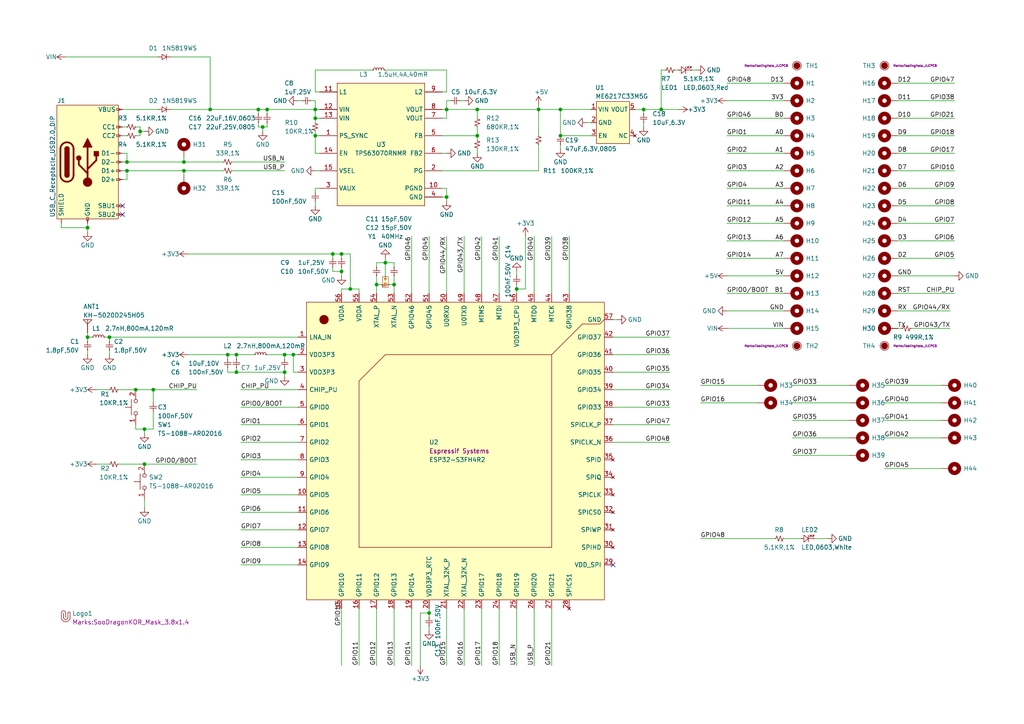
<source format=kicad_sch>
(kicad_sch (version 20250114) (generator "eeschema") (generator_version "9.0")
  (paper "A4")
  (title_block (rev "1") (company "Geekble") (comment 1 "2-Layer, 1-Oz, JLC PCB Fabrication") (comment 4 "SooDragon"))
  (junction (at 53.34 49.53))
  (junction (at 25.4 97.79))
  (junction (at 162.56 31.75))
  (junction (at 124.46 177.8))
  (junction (at 85.09 102.87))
  (junction (at 186.69 31.75))
  (junction (at 99.06 73.66))
  (junction (at 138.43 39.37))
  (junction (at 91.44 31.75))
  (junction (at 91.44 39.37))
  (junction (at 149.86 83.82))
  (junction (at 60.96 31.75))
  (junction (at 36.83 49.53))
  (junction (at 111.76 76.2))
  (junction (at 129.54 31.75))
  (junction (at 74.93 31.75))
  (junction (at 101.6 83.82))
  (junction (at 76.2 36.83))
  (junction (at 162.56 39.37))
  (junction (at 138.43 31.75))
  (junction (at 191.77 31.75))
  (junction (at 68.58 107.95))
  (junction (at 82.55 107.95))
  (junction (at 31.75 97.79))
  (junction (at 96.52 73.66))
  (junction (at 68.58 102.87))
  (junction (at 91.44 34.29))
  (junction (at 77.47 31.75))
  (junction (at 39.37 113.03))
  (junction (at 40.64 38.1))
  (junction (at 114.3 82.55))
  (junction (at 109.22 82.55))
  (junction (at 82.55 102.87))
  (junction (at 41.91 134.62))
  (junction (at 36.83 46.99))
  (junction (at 99.06 78.74))
  (junction (at 66.04 102.87))
  (junction (at 41.91 124.46))
  (junction (at 44.45 113.03))
  (junction (at 129.54 57.15))
  (junction (at 25.4 66.04))
  (junction (at 53.34 46.99))
  (junction (at 156.21 31.75))
  (no_connect (at 35.56 62.23))
  (no_connect (at 35.56 59.69))
  (no_connect (at 177.8 163.83))
  (wire (pts (xy 139.7 68.58) (xy 139.7 85.09)))
  (wire (pts (xy 99.06 73.66) (xy 96.52 73.66)))
  (wire (pts (xy 121.92 177.8) (xy 124.46 177.8)))
  (wire (pts (xy 25.4 101.6) (xy 25.4 102.87)))
  (wire (pts (xy 165.1 68.58) (xy 165.1 85.09)))
  (wire (pts (xy 66.04 106.68) (xy 66.04 107.95)))
  (wire (pts (xy 30.48 97.79) (xy 31.75 97.79)))
  (wire (pts (xy 152.4 83.82) (xy 149.86 83.82)))
  (wire (pts (xy 66.04 107.95) (xy 68.58 107.95)))
  (wire (pts (xy 91.44 39.37) (xy 91.44 44.45)))
  (wire (pts (xy 104.14 193.04) (xy 104.14 176.53)))
  (wire (pts (xy 138.43 44.45) (xy 138.43 43.18)))
  (wire (pts (xy 60.96 31.75) (xy 74.93 31.75)))
  (wire (pts (xy 276.86 29.21) (xy 260.35 29.21)))
  (wire (pts (xy 119.38 68.58) (xy 119.38 85.09)))
  (wire (pts (xy 194.31 107.95) (xy 177.8 107.95)))
  (wire (pts (xy 25.4 66.04) (xy 17.78 66.04)))
  (wire (pts (xy 156.21 31.75) (xy 156.21 39.37)))
  (wire (pts (xy 162.56 39.37) (xy 171.45 39.37)))
  (wire (pts (xy 67.31 46.99) (xy 82.55 46.99)))
  (wire (pts (xy 129.54 193.04) (xy 129.54 176.53)))
  (wire (pts (xy 149.86 83.82) (xy 149.86 82.55)))
  (wire (pts (xy 124.46 177.8) (xy 124.46 179.07)))
  (wire (pts (xy 99.06 85.09) (xy 99.06 83.82)))
  (wire (pts (xy 25.4 64.77) (xy 25.4 66.04)))
  (wire (pts (xy 129.54 57.15) (xy 129.54 58.42)))
  (wire (pts (xy 186.69 33.02) (xy 186.69 31.75)))
  (wire (pts (xy 44.45 124.46) (xy 44.45 119.38)))
  (wire (pts (xy 67.31 49.53) (xy 82.55 49.53)))
  (wire (pts (xy 82.55 102.87) (xy 85.09 102.87)))
  (wire (pts (xy 227.33 85.09) (xy 210.82 85.09)))
  (wire (pts (xy 121.92 193.04) (xy 121.92 177.8)))
  (wire (pts (xy 53.34 49.53) (xy 64.77 49.53)))
  (wire (pts (xy 36.83 46.99) (xy 53.34 46.99)))
  (wire (pts (xy 114.3 193.04) (xy 114.3 176.53)))
  (wire (pts (xy 53.34 49.53) (xy 53.34 50.8)))
  (wire (pts (xy 109.22 82.55) (xy 109.22 85.09)))
  (wire (pts (xy 195.58 20.32) (xy 196.85 20.32)))
  (wire (pts (xy 77.47 36.83) (xy 76.2 36.83)))
  (wire (pts (xy 227.33 39.37) (xy 210.82 39.37)))
  (wire (pts (xy 69.85 143.51) (xy 86.36 143.51)))
  (wire (pts (xy 109.22 76.2) (xy 109.22 77.47)))
  (wire (pts (xy 69.85 123.19) (xy 86.36 123.19)))
  (wire (pts (xy 130.81 29.21) (xy 129.54 29.21)))
  (wire (pts (xy 149.86 80.01) (xy 149.86 78.74)))
  (wire (pts (xy 210.82 64.77) (xy 227.33 64.77)))
  (wire (pts (xy 194.31 123.19) (xy 177.8 123.19)))
  (wire (pts (xy 54.61 102.87) (xy 66.04 102.87)))
  (wire (pts (xy 25.4 96.52) (xy 25.4 97.79)))
  (wire (pts (xy 39.37 39.37) (xy 40.64 39.37)))
  (wire (pts (xy 194.31 97.79) (xy 177.8 97.79)))
  (wire (pts (xy 82.55 106.68) (xy 82.55 107.95)))
  (wire (pts (xy 60.96 16.51) (xy 60.96 31.75)))
  (wire (pts (xy 260.35 34.29) (xy 276.86 34.29)))
  (wire (pts (xy 229.87 111.76) (xy 246.38 111.76)))
  (wire (pts (xy 35.56 44.45) (xy 36.83 44.45)))
  (wire (pts (xy 99.06 78.74) (xy 99.06 80.01)))
  (wire (pts (xy 114.3 77.47) (xy 114.3 76.2)))
  (wire (pts (xy 240.03 156.21) (xy 236.22 156.21)))
  (wire (pts (xy 91.44 31.75) (xy 92.71 31.75)))
  (wire (pts (xy 76.2 36.83) (xy 76.2 38.1)))
  (wire (pts (xy 36.83 49.53) (xy 36.83 52.07)))
  (wire (pts (xy 76.2 36.83) (xy 74.93 36.83)))
  (wire (pts (xy 138.43 31.75) (xy 156.21 31.75)))
  (wire (pts (xy 91.44 20.32) (xy 91.44 26.67)))
  (wire (pts (xy 124.46 181.61) (xy 124.46 182.88)))
  (wire (pts (xy 154.94 176.53) (xy 154.94 193.04)))
  (wire (pts (xy 91.44 34.29) (xy 92.71 34.29)))
  (wire (pts (xy 49.53 16.51) (xy 60.96 16.51)))
  (wire (pts (xy 77.47 31.75) (xy 91.44 31.75)))
  (wire (pts (xy 39.37 113.03) (xy 44.45 113.03)))
  (wire (pts (xy 77.47 102.87) (xy 82.55 102.87)))
  (wire (pts (xy 193.04 20.32) (xy 191.77 20.32)))
  (wire (pts (xy 40.64 38.1) (xy 40.64 36.83)))
  (wire (pts (xy 66.04 104.14) (xy 66.04 102.87)))
  (wire (pts (xy 25.4 97.79) (xy 25.4 99.06)))
  (wire (pts (xy 69.85 128.27) (xy 86.36 128.27)))
  (wire (pts (xy 114.3 82.55) (xy 114.3 85.09)))
  (wire (pts (xy 35.56 52.07) (xy 36.83 52.07)))
  (wire (pts (xy 128.27 57.15) (xy 129.54 57.15)))
  (wire (pts (xy 139.7 193.04) (xy 139.7 176.53)))
  (wire (pts (xy 191.77 31.75) (xy 196.85 31.75)))
  (wire (pts (xy 77.47 35.56) (xy 77.47 36.83)))
  (wire (pts (xy 74.93 36.83) (xy 74.93 35.56)))
  (wire (pts (xy 162.56 31.75) (xy 171.45 31.75)))
  (wire (pts (xy 256.54 116.84) (xy 273.05 116.84)))
  (wire (pts (xy 41.91 124.46) (xy 41.91 125.73)))
  (wire (pts (xy 85.09 107.95) (xy 85.09 102.87)))
  (wire (pts (xy 210.82 59.69) (xy 227.33 59.69)))
  (wire (pts (xy 276.86 44.45) (xy 260.35 44.45)))
  (wire (pts (xy 74.93 31.75) (xy 77.47 31.75)))
  (wire (pts (xy 90.17 29.21) (xy 91.44 29.21)))
  (wire (pts (xy 34.29 134.62) (xy 41.91 134.62)))
  (wire (pts (xy 27.94 134.62) (xy 31.75 134.62)))
  (wire (pts (xy 162.56 39.37) (xy 162.56 31.75)))
  (wire (pts (xy 54.61 73.66) (xy 96.52 73.66)))
  (wire (pts (xy 99.06 77.47) (xy 99.06 78.74)))
  (wire (pts (xy 227.33 44.45) (xy 210.82 44.45)))
  (wire (pts (xy 69.85 148.59) (xy 86.36 148.59)))
  (wire (pts (xy 128.27 44.45) (xy 129.54 44.45)))
  (wire (pts (xy 101.6 83.82) (xy 104.14 83.82)))
  (wire (pts (xy 96.52 77.47) (xy 96.52 78.74)))
  (wire (pts (xy 229.87 127) (xy 246.38 127)))
  (wire (pts (xy 109.22 80.01) (xy 109.22 82.55)))
  (wire (pts (xy 34.29 113.03) (xy 39.37 113.03)))
  (wire (pts (xy 39.37 124.46) (xy 41.91 124.46)))
  (wire (pts (xy 69.85 138.43) (xy 86.36 138.43)))
  (wire (pts (xy 184.15 31.75) (xy 186.69 31.75)))
  (wire (pts (xy 41.91 134.62) (xy 57.15 134.62)))
  (wire (pts (xy 114.3 76.2) (xy 111.76 76.2)))
  (wire (pts (xy 53.34 45.72) (xy 53.34 46.99)))
  (wire (pts (xy 49.53 31.75) (xy 60.96 31.75)))
  (wire (pts (xy 260.35 95.25) (xy 261.62 95.25)))
  (wire (pts (xy 114.3 80.01) (xy 114.3 82.55)))
  (wire (pts (xy 156.21 30.48) (xy 156.21 31.75)))
  (wire (pts (xy 27.94 113.03) (xy 31.75 113.03)))
  (wire (pts (xy 256.54 135.89) (xy 273.05 135.89)))
  (wire (pts (xy 104.14 83.82) (xy 104.14 85.09)))
  (wire (pts (xy 160.02 68.58) (xy 160.02 85.09)))
  (wire (pts (xy 194.31 113.03) (xy 177.8 113.03)))
  (wire (pts (xy 35.56 31.75) (xy 45.72 31.75)))
  (wire (pts (xy 276.86 39.37) (xy 260.35 39.37)))
  (wire (pts (xy 41.91 124.46) (xy 44.45 124.46)))
  (wire (pts (xy 44.45 113.03) (xy 44.45 116.84)))
  (wire (pts (xy 128.27 39.37) (xy 138.43 39.37)))
  (wire (pts (xy 99.06 73.66) (xy 101.6 73.66)))
  (wire (pts (xy 194.31 128.27) (xy 177.8 128.27)))
  (wire (pts (xy 69.85 163.83) (xy 86.36 163.83)))
  (wire (pts (xy 149.86 85.09) (xy 149.86 83.82)))
  (wire (pts (xy 91.44 26.67) (xy 92.71 26.67)))
  (wire (pts (xy 109.22 193.04) (xy 109.22 176.53)))
  (wire (pts (xy 99.06 193.04) (xy 99.06 176.53)))
  (wire (pts (xy 128.27 31.75) (xy 129.54 31.75)))
  (wire (pts (xy 99.06 83.82) (xy 101.6 83.82)))
  (wire (pts (xy 91.44 44.45) (xy 92.71 44.45)))
  (wire (pts (xy 227.33 80.01) (xy 210.82 80.01)))
  (wire (pts (xy 31.75 102.87) (xy 31.75 101.6)))
  (wire (pts (xy 35.56 49.53) (xy 36.83 49.53)))
  (wire (pts (xy 99.06 73.66) (xy 99.06 74.93)))
  (wire (pts (xy 35.56 36.83) (xy 36.83 36.83)))
  (wire (pts (xy 156.21 49.53) (xy 156.21 41.91)))
  (wire (pts (xy 227.33 54.61) (xy 210.82 54.61)))
  (wire (pts (xy 210.82 74.93) (xy 227.33 74.93)))
  (wire (pts (xy 91.44 39.37) (xy 92.71 39.37)))
  (wire (pts (xy 82.55 107.95) (xy 82.55 109.22)))
  (wire (pts (xy 138.43 39.37) (xy 138.43 40.64)))
  (wire (pts (xy 96.52 78.74) (xy 99.06 78.74)))
  (wire (pts (xy 256.54 127) (xy 273.05 127)))
  (wire (pts (xy 86.36 29.21) (xy 87.63 29.21)))
  (wire (pts (xy 69.85 118.11) (xy 86.36 118.11)))
  (wire (pts (xy 91.44 38.1) (xy 91.44 39.37)))
  (wire (pts (xy 113.03 82.55) (xy 114.3 82.55)))
  (wire (pts (xy 31.75 97.79) (xy 86.36 97.79)))
  (wire (pts (xy 96.52 73.66) (xy 96.52 74.93)))
  (wire (pts (xy 91.44 34.29) (xy 91.44 35.56)))
  (wire (pts (xy 138.43 31.75) (xy 138.43 34.29)))
  (wire (pts (xy 232.41 156.21) (xy 227.33 156.21)))
  (wire (pts (xy 203.2 156.21) (xy 224.79 156.21)))
  (wire (pts (xy 210.82 69.85) (xy 227.33 69.85)))
  (wire (pts (xy 276.86 74.93) (xy 260.35 74.93)))
  (wire (pts (xy 276.86 54.61) (xy 260.35 54.61)))
  (wire (pts (xy 91.44 55.88) (xy 91.44 54.61)))
  (wire (pts (xy 69.85 133.35) (xy 86.36 133.35)))
  (wire (pts (xy 256.54 121.92) (xy 273.05 121.92)))
  (wire (pts (xy 210.82 24.13) (xy 227.33 24.13)))
  (wire (pts (xy 110.49 82.55) (xy 109.22 82.55)))
  (wire (pts (xy 129.54 20.32) (xy 129.54 26.67)))
  (wire (pts (xy 149.86 176.53) (xy 149.86 193.04)))
  (wire (pts (xy 124.46 68.58) (xy 124.46 85.09)))
  (wire (pts (xy 194.31 102.87) (xy 177.8 102.87)))
  (wire (pts (xy 156.21 31.75) (xy 162.56 31.75)))
  (wire (pts (xy 119.38 193.04) (xy 119.38 176.53)))
  (wire (pts (xy 91.44 49.53) (xy 92.71 49.53)))
  (wire (pts (xy 91.44 29.21) (xy 91.44 31.75)))
  (wire (pts (xy 134.62 68.58) (xy 134.62 85.09)))
  (wire (pts (xy 203.2 116.84) (xy 219.71 116.84)))
  (wire (pts (xy 229.87 121.92) (xy 246.38 121.92)))
  (wire (pts (xy 276.86 59.69) (xy 260.35 59.69)))
  (wire (pts (xy 35.56 46.99) (xy 36.83 46.99)))
  (wire (pts (xy 111.76 20.32) (xy 129.54 20.32)))
  (wire (pts (xy 129.54 29.21) (xy 129.54 31.75)))
  (wire (pts (xy 74.93 31.75) (xy 74.93 33.02)))
  (wire (pts (xy 256.54 111.76) (xy 273.05 111.76)))
  (wire (pts (xy 68.58 106.68) (xy 68.58 107.95)))
  (wire (pts (xy 91.44 34.29) (xy 91.44 31.75)))
  (wire (pts (xy 144.78 68.58) (xy 144.78 85.09)))
  (wire (pts (xy 133.35 29.21) (xy 134.62 29.21)))
  (wire (pts (xy 128.27 54.61) (xy 129.54 54.61)))
  (wire (pts (xy 144.78 193.04) (xy 144.78 176.53)))
  (wire (pts (xy 69.85 153.67) (xy 86.36 153.67)))
  (wire (pts (xy 91.44 54.61) (xy 92.71 54.61)))
  (wire (pts (xy 68.58 102.87) (xy 68.58 104.14)))
  (wire (pts (xy 107.95 20.32) (xy 91.44 20.32)))
  (wire (pts (xy 227.33 90.17) (xy 210.82 90.17)))
  (wire (pts (xy 36.83 49.53) (xy 53.34 49.53)))
  (wire (pts (xy 19.05 16.51) (xy 45.72 16.51)))
  (wire (pts (xy 264.16 95.25) (xy 275.59 95.25)))
  (wire (pts (xy 129.54 68.58) (xy 129.54 85.09)))
  (wire (pts (xy 260.35 85.09) (xy 276.86 85.09)))
  (wire (pts (xy 129.54 54.61) (xy 129.54 57.15)))
  (wire (pts (xy 68.58 102.87) (xy 73.66 102.87)))
  (wire (pts (xy 276.86 64.77) (xy 260.35 64.77)))
  (wire (pts (xy 25.4 66.04) (xy 25.4 67.31)))
  (wire (pts (xy 276.86 69.85) (xy 260.35 69.85)))
  (wire (pts (xy 200.66 20.32) (xy 201.93 20.32)))
  (wire (pts (xy 69.85 158.75) (xy 86.36 158.75)))
  (wire (pts (xy 17.78 66.04) (xy 17.78 64.77)))
  (wire (pts (xy 40.64 39.37) (xy 40.64 38.1)))
  (wire (pts (xy 186.69 36.83) (xy 186.69 35.56)))
  (wire (pts (xy 25.4 97.79) (xy 26.67 97.79)))
  (wire (pts (xy 191.77 20.32) (xy 191.77 31.75)))
  (wire (pts (xy 275.59 90.17) (xy 260.35 90.17)))
  (wire (pts (xy 170.18 35.56) (xy 171.45 35.56)))
  (wire (pts (xy 111.76 76.2) (xy 109.22 76.2)))
  (wire (pts (xy 128.27 34.29) (xy 129.54 34.29)))
  (wire (pts (xy 66.04 102.87) (xy 68.58 102.87)))
  (wire (pts (xy 138.43 36.83) (xy 138.43 39.37)))
  (wire (pts (xy 39.37 36.83) (xy 40.64 36.83)))
  (wire (pts (xy 129.54 31.75) (xy 129.54 34.29)))
  (wire (pts (xy 82.55 102.87) (xy 82.55 104.14)))
  (wire (pts (xy 129.54 31.75) (xy 138.43 31.75)))
  (wire (pts (xy 229.87 116.84) (xy 246.38 116.84)))
  (wire (pts (xy 260.35 80.01) (xy 276.86 80.01)))
  (wire (pts (xy 128.27 49.53) (xy 156.21 49.53)))
  (wire (pts (xy 69.85 113.03) (xy 86.36 113.03)))
  (wire (pts (xy 86.36 107.95) (xy 85.09 107.95)))
  (wire (pts (xy 44.45 113.03) (xy 57.15 113.03)))
  (wire (pts (xy 229.87 132.08) (xy 246.38 132.08)))
  (wire (pts (xy 124.46 176.53) (xy 124.46 177.8)))
  (wire (pts (xy 134.62 193.04) (xy 134.62 176.53)))
  (wire (pts (xy 53.34 46.99) (xy 64.77 46.99)))
  (wire (pts (xy 39.37 123.19) (xy 39.37 124.46)))
  (wire (pts (xy 31.75 97.79) (xy 31.75 99.06)))
  (wire (pts (xy 35.56 39.37) (xy 36.83 39.37)))
  (wire (pts (xy 186.69 31.75) (xy 191.77 31.75)))
  (wire (pts (xy 91.44 58.42) (xy 91.44 59.69)))
  (wire (pts (xy 227.33 49.53) (xy 210.82 49.53)))
  (wire (pts (xy 77.47 31.75) (xy 77.47 33.02)))
  (wire (pts (xy 194.31 118.11) (xy 177.8 118.11)))
  (wire (pts (xy 210.82 95.25) (xy 227.33 95.25)))
  (wire (pts (xy 85.09 102.87) (xy 86.36 102.87)))
  (wire (pts (xy 152.4 68.58) (xy 152.4 83.82)))
  (wire (pts (xy 177.8 92.71) (xy 179.07 92.71)))
  (wire (pts (xy 36.83 44.45) (xy 36.83 46.99)))
  (wire (pts (xy 227.33 34.29) (xy 210.82 34.29)))
  (wire (pts (xy 203.2 111.76) (xy 219.71 111.76)))
  (wire (pts (xy 111.76 76.2) (xy 111.76 80.01)))
  (wire (pts (xy 160.02 176.53) (xy 160.02 193.04)))
  (wire (pts (xy 276.86 49.53) (xy 260.35 49.53)))
  (wire (pts (xy 276.86 24.13) (xy 260.35 24.13)))
  (wire (pts (xy 40.64 38.1) (xy 41.91 38.1)))
  (wire (pts (xy 111.76 74.93) (xy 111.76 76.2)))
  (wire (pts (xy 41.91 144.78) (xy 41.91 147.32)))
  (wire (pts (xy 129.54 26.67) (xy 128.27 26.67)))
  (wire (pts (xy 101.6 73.66) (xy 101.6 83.82)))
  (wire (pts (xy 68.58 107.95) (xy 82.55 107.95)))
  (wire (pts (xy 162.56 43.18) (xy 162.56 41.91)))
  (wire (pts (xy 154.94 68.58) (xy 154.94 85.09)))
  (wire (pts (xy 227.33 29.21) (xy 210.82 29.21)))
  (label "GPIO18" (at 276.86 39.37 180))
  (label "GND" (at 227.33 90.17 180))
  (label "GPIO14" (at 119.38 193.04 90))
  (label "A5" (at 227.33 64.77 180))
  (label "GPIO1" (at 69.85 123.19 0))
  (label "GPIO4" (at 69.85 138.43 0))
  (label "GPIO15" (at 203.2 111.76 0))
  (label "D11" (at 260.35 29.21 0))
  (label "GPIO45" (at 256.54 135.89 0))
  (label "GPIO37" (at 194.31 97.79 180))
  (label "GPIO39" (at 256.54 111.76 0))
  (label "A3" (at 227.33 54.61 180))
  (label "GPIO48" (at 203.2 156.21 0))
  (label "GPIO38" (at 276.86 29.21 180))
  (label "GPIO40" (at 256.54 116.84 0))
  (label "GPIO12" (at 210.82 64.77 0))
  (label "GPIO34" (at 194.31 113.03 180))
  (label "D13" (at 227.33 24.13 180))
  (label "GPIO0{slash}BOOT" (at 210.82 85.09 0))
  (label "GPIO21" (at 160.02 193.04 90))
  (label "D10" (at 260.35 34.29 0))
  (label "D5" (at 260.35 59.69 0))
  (label "GPIO36" (at 194.31 102.87 180))
  (label "GPIO46" (at 119.38 68.58 270))
  (label "GPIO5" (at 276.86 74.93 180))
  (label "GPIO47" (at 276.86 24.13 180))
  (label "GPIO44{slash}RX" (at 275.59 90.17 180))
  (label "GPIO14" (at 210.82 74.93 0))
  (label "GPIO39" (at 160.02 68.58 270))
  (label "GND" (at 260.35 80.01 0))
  (label "B0" (at 227.33 34.29 180))
  (label "GPIO44{slash}RX" (at 129.54 68.58 270))
  (label "GPIO35" (at 229.87 121.92 0))
  (label "GPIO13" (at 114.3 193.04 90))
  (label "GPIO2" (at 210.82 44.45 0))
  (label "GPIO2" (at 69.85 128.27 0))
  (label "GPIO16" (at 203.2 116.84 0))
  (label "USB_N" (at 149.86 193.04 90))
  (label "GPIO41" (at 256.54 121.92 0))
  (label "D8" (at 260.35 44.45 0))
  (label "A7" (at 227.33 74.93 180))
  (label "GPIO33" (at 229.87 111.76 0))
  (label "TX" (at 260.35 95.25 0))
  (label "GPIO0{slash}BOOT" (at 69.85 118.11 0))
  (label "GPIO15" (at 129.54 193.04 90))
  (label "A4" (at 227.33 59.69 180))
  (label "A2" (at 227.33 49.53 180))
  (label "GPIO41" (at 144.78 68.58 270))
  (label "GPIO37" (at 229.87 132.08 0))
  (label "GPIO3" (at 69.85 133.35 0))
  (label "CHIP_PU" (at 69.85 113.03 0))
  (label "A6" (at 227.33 69.85 180))
  (label "5V" (at 227.33 80.01 180))
  (label "GPIO13" (at 210.82 69.85 0))
  (label "GPIO8" (at 69.85 158.75 0))
  (label "GPIO11" (at 210.82 59.69 0))
  (label "GPIO6" (at 69.85 148.59 0))
  (label "GPIO5" (at 69.85 143.51 0))
  (label "GPIO43{slash}TX" (at 275.59 95.25 180))
  (label "USB_P" (at 82.55 49.53 180))
  (label "GPIO3" (at 210.82 49.53 0))
  (label "GPIO10" (at 276.86 49.53 180))
  (label "GPIO12" (at 109.22 193.04 90))
  (label "CHIP_PU" (at 276.86 85.09 180))
  (label "D4" (at 260.35 64.77 0))
  (label "GPIO18" (at 144.78 193.04 90))
  (label "RST" (at 260.35 85.09 0))
  (label "GPIO33" (at 194.31 118.11 180))
  (label "GPIO35" (at 194.31 107.95 180))
  (label "GPIO36" (at 229.87 127 0))
  (label "GPIO38" (at 165.1 68.58 270))
  (label "GPIO40" (at 154.94 68.58 270))
  (label "USB_P" (at 154.94 193.04 90))
  (label "GPIO7" (at 69.85 153.67 0))
  (label "VIN" (at 227.33 95.25 180))
  (label "GPIO45" (at 124.46 68.58 270))
  (label "GPIO1" (at 210.82 39.37 0))
  (label "GPIO17" (at 139.7 193.04 90))
  (label "GPIO48" (at 210.82 24.13 0))
  (label "GPIO21" (at 276.86 34.29 180))
  (label "GPIO43{slash}TX" (at 134.62 68.58 270))
  (label "USB_N" (at 82.55 46.99 180))
  (label "GPIO48" (at 194.31 128.27 180))
  (label "RX" (at 260.35 90.17 0))
  (label "D2" (at 260.35 74.93 0))
  (label "D12" (at 260.35 24.13 0))
  (label "GPIO6" (at 276.86 69.85 180))
  (label "GPIO47" (at 194.31 123.19 180))
  (label "D3" (at 260.35 69.85 0))
  (label "GPIO42" (at 139.7 68.58 270))
  (label "A1" (at 227.33 44.45 180))
  (label "GPIO42" (at 256.54 127 0))
  (label "D9" (at 260.35 39.37 0))
  (label "B1" (at 227.33 85.09 180))
  (label "GPIO7" (at 276.86 64.77 180))
  (label "D7" (at 260.35 49.53 0))
  (label "GPIO10" (at 99.06 181.61 90))
  (label "CHIP_PU" (at 57.15 113.03 180))
  (label "GPIO4" (at 210.82 54.61 0))
  (label "GPIO0{slash}BOOT" (at 57.15 134.62 180))
  (label "3V3" (at 227.33 29.21 180))
  (label "GPIO11" (at 104.14 193.04 90))
  (label "GPIO46" (at 210.82 34.29 0))
  (label "GPIO8" (at 276.86 59.69 180))
  (label "GPIO34" (at 229.87 116.84 0))
  (label "GPIO17" (at 276.86 44.45 180))
  (label "A0" (at 227.33 39.37 180))
  (label "D6" (at 260.35 54.61 0))
  (label "GPIO16" (at 134.62 193.04 90))
  (label "GPIO9" (at 276.86 54.61 180))
  (label "GPIO9" (at 69.85 163.83 0))
  (symbol (lib_id "Resistors:5.1KR,1%") (at 38.1 36.83 0) (unit 1)
    (property "Reference" "R3" (at 35.56 34.29 0))
    (property "Value" "5.1KR,1%" (at 39.37 34.29 0) (effects (justify left)))
    (property "Footprint" "Resistors:R_0402" (effects (hide yes)))
    (property "Datasheet" "https://datasheet.lcsc.com/szlcsc/Uniroyal-Elec-0402WGF5101TCE_C25905.pdf" (effects (hide yes)))
    (property "LCSC" "C25905" (effects (hide yes)))
    (property "Manufacturer Part Number" "0402WGF5101TCE" (effects (hide yes)))
    (property "Manufacturer" "Uniroyal Elec" (effects (hide yes)))
    (property "Library Type" "Basic" (effects (hide yes)))
  )
  (symbol (lib_id "Power_Management_ICs:TPS63070RNMR") (at 110.49 44.45 0) (unit 1)
    (property "Reference" "U3" (at 110.49 41.91 0))
    (property "Value" "TPS63070RNMR" (at 110.49 44.45 0))
    (property "Footprint" "Power_Management_ICs:RNM0015A" (effects (hide yes)))
    (property "Datasheet" "https://www.lcsc.com/datasheet/lcsc_datasheet_2302221930_Texas-Instruments-TPS63070RNMR_C109322.pdf" (effects (hide yes)))
    (property "Description" "2-V to 16-V Buck-Boost Converter With 3.6-A Switch Current" (effects (hide yes)))
    (property "LCSC" "C109322" (effects (hide yes)))
    (property "Manufacturer Part Number" "TPS63070RNMR" (effects (hide yes)))
    (property "Manufacturer" "Texas Instruments" (effects (hide yes)))
    (property "Library Type" "Extended" (effects (hide yes)))
  )
  (symbol (lib_id "power:GND") (at 134.62 29.21 90) (unit 1)
    (property "Reference" "#PWR012" (effects (hide yes)))
    (property "Value" "GND" (at 139.7 29.21 90))
  )
  (symbol (lib_id "Inductors_Chokes_Transformers:1.5uH,4A,40mR") (at 110.49 20.32 0) (unit 1)
    (property "Reference" "L3" (at 105.41 21.59 0))
    (property "Value" "1.5uH,4A,40mR" (at 116.84 21.59 0))
    (property "Footprint" "Inductors_Chokes_Transformers:FTC201612S" (effects (hide yes)))
    (property "Datasheet" "https://datasheet.lcsc.com/lcsc/2304140030_TDK-MLK1005S2N7ST000_C76791.pdf" (effects (hide yes)))
    (property "Description" "4A 1.5uH Integrated molded inductor ±20% 4A SMD,1.6x2mm  Power Inductors ROHS" (effects (hide yes)))
    (property "LCSC" "C5832350" (effects (hide yes)))
    (property "Manufacturer Part Number" "FTC201612S1R5MBCA" (effects (hide yes)))
    (property "Manufacturer" "cjiang (Changjiang Microelectronics Tech)" (effects (hide yes)))
    (property "Library Type" "Extended" (effects (hide yes)))
  )
  (symbol (lib_id "power:GND") (at 129.54 58.42 0) (unit 1)
    (property "Reference" "#PWR031" (effects (hide yes)))
    (property "Value" "GND" (at 129.54 62.23 0))
  )
  (symbol (lib_id "Capacitors:22uF,16V,0603") (at 74.93 34.29 90) (unit 1)
    (property "Reference" "C17" (at 54.61 36.83 90) (effects (justify right)))
    (property "Value" "22uF,16V,0603" (at 59.69 34.29 90) (effects (justify right)))
    (property "Footprint" "Capacitors:C_0603" (effects (hide yes)))
    (property "Datasheet" "https://datasheet.lcsc.com/lcsc/2106031733_SANYEAR-C0603X5R226M160NT_C2835567.pdf" (effects (hide yes)))
    (property "Description" "16V 22uF ±20% 0603 Multilayer Ceramic Capacitors MLCC - SMD/SMT ROHS" (effects (hide yes)))
    (property "LCSC" "C2835567" (effects (hide yes)))
    (property "Manufacturer Part Number" "C0603X5R226M160NT" (effects (hide yes)))
    (property "Manufacturer" "SANYEAR" (effects (hide yes)))
    (property "Library Type" "Extended" (effects (hide yes)))
  )
  (symbol (lib_id "power:GND") (at 82.55 109.22 0) (unit 1)
    (property "Reference" "#PWR013" (effects (hide yes)))
    (property "Value" "GND" (at 78.74 110.49 0))
  )
  (symbol (lib_id "Resistors:5.1KR,1%") (at 38.1 39.37 0) (unit 1)
    (property "Reference" "R4" (at 35.56 41.91 0))
    (property "Value" "5.1KR,1%" (at 39.37 41.91 0) (effects (justify left)))
    (property "Footprint" "Resistors:R_0402" (effects (hide yes)))
    (property "Datasheet" "https://datasheet.lcsc.com/szlcsc/Uniroyal-Elec-0402WGF5101TCE_C25905.pdf" (effects (hide yes)))
    (property "LCSC" "C25905" (effects (hide yes)))
    (property "Manufacturer Part Number" "0402WGF5101TCE" (effects (hide yes)))
    (property "Manufacturer" "Uniroyal Elec" (effects (hide yes)))
    (property "Library Type" "Basic" (effects (hide yes)))
  )
  (symbol (lib_id "power:GND") (at 162.56 43.18 0) (unit 1)
    (property "Reference" "#PWR037" (effects (hide yes)))
    (property "Value" "GND" (at 162.56 46.99 0))
  )
  (symbol (lib_id "Pushbutton_Switches_Relays:TS-1088-AR02016") (at 44.45 139.7 90) (unit 1)
    (property "Reference" "SW2" (at 43.18 138.43 90) (effects (justify right)))
    (property "Value" "TS-1088-AR02016" (at 43.18 140.97 90) (effects (justify right)))
    (property "Footprint" "Pushbutton_Switches_Relays:TS-1088-AR020" (effects (hide yes)))
    (property "Datasheet" "https://datasheet.lcsc.com/lcsc/2304140030_XUNPU-TS-1088-AR02016_C720477.pdf" (effects (hide yes)))
    (property "Manufacturer" "XUNPU" (effects (hide yes)))
    (property "Manufacturer Part Number" "TS-1088-AR02016" (effects (hide yes)))
    (property "LCSC" "C720477" (effects (hide yes)))
    (property "Library Type" "Extended" (effects (hide yes)))
  )
  (symbol (lib_id "power:GND") (at 86.36 29.21 270) (unit 1)
    (property "Reference" "#PWR016" (effects (hide yes)))
    (property "Value" "GND" (at 81.28 29.21 90))
  )
  (symbol (lib_id "power:+3V3") (at 196.85 31.75 270) (unit 1)
    (property "Reference" "#PWR038" (effects (hide yes)))
    (property "Value" "+3V3" (at 199.39 31.75 90) (effects (justify left)))
  )
  (symbol (lib_id "Marks:MountingHole_Pad") (at 248.92 121.92 270) (unit 1)
    (property "Reference" "H37" (at 252.7876 121.9199 90) (effects (justify left)))
    (property "Value" "MountingHole_Pad" (effects (hide yes)))
    (property "Footprint" "Connectors:1x1_1.0piPad_SMD" (effects (hide yes)))
  )
  (symbol (lib_id "Marks:MountingHole_Pad") (at 257.81 29.21 90) (unit 1)
    (property "Reference" "H17" (at 254 29.21 90) (effects (justify left)))
    (property "Value" "MountingHole_Pad" (effects (hide yes)))
    (property "Footprint" "Connectors:1x1_P2.54_CastellatedPad" (effects (hide yes)))
  )
  (symbol (lib_name "5.1KR,1%_1") (lib_id "Resistors:5.1KR,1%") (at 226.06 156.21 180) (unit 1)
    (property "Reference" "R8" (at 227.33 153.67 0) (effects (justify left)))
    (property "Value" "5.1KR,1%" (at 226.06 158.75 0))
    (property "Footprint" "Resistors:R_0402" (effects (hide yes)))
    (property "Datasheet" "https://datasheet.lcsc.com/szlcsc/Uniroyal-Elec-0402WGF5101TCE_C25905.pdf" (effects (hide yes)))
    (property "LCSC" "C25905" (effects (hide yes)))
    (property "Manufacturer Part Number" "0402WGF5101TCE" (effects (hide yes)))
    (property "Manufacturer" "Uniroyal Elec" (effects (hide yes)))
    (property "Library Type" "Basic" (effects (hide yes)))
  )
  (symbol (lib_id "Pushbutton_Switches_Relays:TS-1088-AR02016") (at 41.91 118.11 90) (unit 1)
    (property "Reference" "SW1" (at 45.72 123.19 90) (effects (justify right)))
    (property "Value" "TS-1088-AR02016" (at 45.72 125.73 90) (effects (justify right)))
    (property "Footprint" "Pushbutton_Switches_Relays:TS-1088-AR020" (effects (hide yes)))
    (property "Datasheet" "https://datasheet.lcsc.com/lcsc/2304140030_XUNPU-TS-1088-AR02016_C720477.pdf" (effects (hide yes)))
    (property "Manufacturer" "XUNPU" (effects (hide yes)))
    (property "Manufacturer Part Number" "TS-1088-AR02016" (effects (hide yes)))
    (property "LCSC" "C720477" (effects (hide yes)))
    (property "Library Type" "Extended" (effects (hide yes)))
  )
  (symbol (lib_id "Capacitors:10uF,6.3V") (at 186.69 34.29 90) (unit 1)
    (property "Reference" "C18" (at 189.23 33.0199 90) (effects (justify right)))
    (property "Value" "10uF,6.3V" (at 189.23 35.5599 90) (effects (justify right)))
    (property "Footprint" "Capacitors:C_0402" (effects (hide yes)))
    (property "Datasheet" "Multilayer Ceramic Capacitors MLCC - SMD/SMT 10uF 6.3V 0402 RoHS" (effects (hide yes)))
    (property "Description" "Multilayer Ceramic Capacitors MLCC - SMD/SMT 10uF 6.3V 0402 RoHS" (effects (hide yes)))
    (property "LCSC" "C15525" (effects (hide yes)))
    (property "Manufacturer Part Number" "CL05A106MQ5NUNC" (effects (hide yes)))
    (property "Manufacturer" "Samsung Electro-Mechanics" (effects (hide yes)))
    (property "Library Type" "Basic" (effects (hide yes)))
  )
  (symbol (lib_id "power:GND") (at 201.93 20.32 90) (unit 1)
    (property "Reference" "#PWR039" (effects (hide yes)))
    (property "Value" "GND" (at 207.01 20.32 90))
  )
  (symbol (lib_id "Marks:MountingHole_Pad") (at 275.59 135.89 270) (unit 1)
    (property "Reference" "H44" (at 279.4576 135.8899 90) (effects (justify left)))
    (property "Value" "MountingHole_Pad" (effects (hide yes)))
    (property "Footprint" "Connectors:1x1_1.0piPad_SMD" (effects (hide yes)))
  )
  (symbol (lib_id "power:GND") (at 129.54 44.45 90) (unit 1)
    (property "Reference" "#PWR030" (effects (hide yes)))
    (property "Value" "GND" (at 134.62 44.45 90))
  )
  (symbol (lib_id "Marks:MountingHole_Pad") (at 229.87 69.85 270) (mirror x) (unit 1)
    (property "Reference" "H10" (at 233.68 69.85 90) (effects (justify left)))
    (property "Value" "MountingHole_Pad" (effects (hide yes)))
    (property "Footprint" "Connectors:1x1_P2.54_CastellatedPad" (effects (hide yes)))
  )
  (symbol (lib_id "Marks:ToolingHole") (at 256.54 100.33 0) (unit 1)
    (property "Reference" "TH4" (at 250.19 100.33 0) (effects (justify left)))
    (property "Value" "ToolingHole" (effects (hide yes)))
    (property "Footprint" "Marks:ToolingHole_JLCPCB" (at 259.08 100.33 0) (effects (font (size 0.635 0.635)) (justify left)))
  )
  (symbol (lib_id "Marks:MountingHole_Pad") (at 257.81 85.09 90) (mirror x) (unit 1)
    (property "Reference" "H28" (at 254 85.09 90) (effects (justify left)))
    (property "Value" "MountingHole_Pad" (effects (hide yes)))
    (property "Footprint" "Connectors:1x1_P2.54_CastellatedPad" (effects (hide yes)))
  )
  (symbol (lib_id "Power_Management_ICs:ME6217C33M5G") (at 177.8 35.56 0) (unit 1)
    (property "Reference" "U1" (at 173.99 25.4 0))
    (property "Value" "ME6217C33M5G" (at 180.34 27.94 0))
    (property "Footprint" "Power_Management_ICs:SOT-23-5" (effects (hide yes)))
    (property "Datasheet" "https://www.lcsc.com/datasheet/lcsc_datasheet_1912111437_MICRONE-Nanjing-Micro-One-Elec-ME6217C33M5G_C427602.pdf" (effects (hide yes)))
    (property "Description" "65dB@(1kHz) 800mA Fixed 3.3V Positive electrode 7V SOT-23-5 Voltage Regulators - Linear, Low Drop Out (LDO) Regulators ROHS" (effects (hide yes)))
    (property "LCSC" "C427602" (effects (hide yes)))
    (property "Manufacturer Part Number" "ME6217C33M5G" (effects (hide yes)))
    (property "Manufacturer" "MICRONE(Nanjing Micro One Elec)" (effects (hide yes)))
    (property "Library Type" "Extended" (effects (hide yes)))
  )
  (symbol (lib_id "Connectors:USB_C_Receptacle_USB2.0_DIP") (at 25.4 46.99 0) (unit 1)
    (property "Reference" "J1" (at 17.78 29.21 0))
    (property "Value" "USB_C_Receptacle_USB2.0_DIP" (at 15.24 48.26 90))
    (property "Footprint" "Connectors:USB_DIP,8.94x7.3mm" (effects (hide yes)))
    (property "Datasheet" "https://datasheet.lcsc.com/szlcsc/1811131825_Korean-Hroparts-Elec-TYPE-C-31-M-12_C165948.pdf" (effects (hide yes)))
    (property "LCSC" "C165948" (effects (hide yes)))
    (property "Manufacturer Part Number" "TYPE-C-31-M-12" (effects (hide yes)))
    (property "Manufacturer" "Korean Hroparts Elec" (effects (hide yes)))
    (property "Library Type" "Extended" (effects (hide yes)))
  )
  (symbol (lib_id "Capacitors:1uF,25V") (at 82.55 105.41 90) (unit 1)
    (property "Reference" "C7" (at 69.85 106.68 90) (effects (justify right)))
    (property "Value" "1uF,25V" (at 73.66 106.68 90) (effects (justify right)))
    (property "Footprint" "Capacitors:C_0402" (effects (hide yes)))
    (property "Datasheet" "https://datasheet.lcsc.com/lcsc/1811091611_Samsung-Electro-Mechanics-CL05A105KA5NQNC_C52923.pdf" (effects (hide yes)))
    (property "LCSC" "C52923" (effects (hide yes)))
    (property "Manufacturer Part Number" "CL05A105KA5NQNC" (effects (hide yes)))
    (property "Manufacturer" "Samsung Electro-Mechanics" (effects (hide yes)))
    (property "Library Type" "Basic" (effects (hide yes)))
  )
  (symbol (lib_id "power:+3V3") (at 27.94 134.62 90) (unit 1)
    (property "Reference" "#PWR04" (effects (hide yes)))
    (property "Value" "+3V3" (at 25.4 134.62 90) (effects (justify left)))
  )
  (symbol (lib_id "power:GND") (at 25.4 102.87 0) (unit 1)
    (property "Reference" "#PWR02" (effects (hide yes)))
    (property "Value" "GND" (at 25.4 106.68 0))
  )
  (symbol (lib_id "Capacitors:10nF,50V") (at 99.06 76.2 90) (unit 1)
    (property "Reference" "C10" (at 81.28 78.74 90) (effects (justify right)))
    (property "Value" "10nF,50V" (at 86.36 78.74 90) (effects (justify right)))
    (property "Footprint" "Capacitors:C_0402" (effects (hide yes)))
    (property "Datasheet" "https://datasheet.lcsc.com/lcsc/1810191223_Samsung-Electro-Mechanics-CL05B103KB5NNNC_C15195.pdf" (effects (hide yes)))
    (property "LCSC" "C15195" (effects (hide yes)))
    (property "Manufacturer Part Number" "CL05B103KB5NNNC" (effects (hide yes)))
    (property "Manufacturer" "Samsung Electro-Mechanics" (effects (hide yes)))
    (property "Library Type" "Basic" (effects (hide yes)))
  )
  (symbol (lib_id "Diodes:LED,0603,Red") (at 199.39 20.32 180) (unit 1)
    (property "Reference" "LED1" (at 191.77 25.4 0) (effects (justify right)))
    (property "Value" "LED,0603,Red" (at 198.12 25.4 0) (effects (justify right)))
    (property "Footprint" "Diodes:LED_0603_Red" (effects (hide yes)))
    (property "Datasheet" "Hubei-KENTO-Elec-KT-0603R_C2286.pdf" (effects (hide yes)))
    (property "LCSC" "C2286" (effects (hide yes)))
    (property "Manufacturer Part Number" "KT-0603R" (effects (hide yes)))
    (property "Manufacturer" "Hubei KENTO Elec" (effects (hide yes)))
    (property "Library Type" "Basic" (effects (hide yes)))
  )
  (symbol (lib_id "Marks:MountingHole_Pad") (at 229.87 54.61 270) (mirror x) (unit 1)
    (property "Reference" "H7" (at 233.68 54.61 90) (effects (justify left)))
    (property "Value" "MountingHole_Pad" (effects (hide yes)))
    (property "Footprint" "Connectors:1x1_P2.54_CastellatedPad" (effects (hide yes)))
  )
  (symbol (lib_id "Capacitors:100nF,50V") (at 124.46 180.34 270) (mirror x) (unit 1)
    (property "Reference" "C13" (at 127 186.69 0) (effects (justify right)))
    (property "Value" "100nF,50V" (at 127 175.26 0) (effects (justify right)))
    (property "Footprint" "Capacitors:C_0402" (effects (hide yes)))
    (property "Datasheet" "https://datasheet.lcsc.com/lcsc/1810191222_Samsung-Electro-Mechanics-CL05B104KB54PNC_C307331.pdf" (effects (hide yes)))
    (property "LCSC" "C307331" (effects (hide yes)))
    (property "Manufacturer Part Number" "CL05B104KB54PNC" (effects (hide yes)))
    (property "Manufacturer" "Samsung Electro-Mechanics" (effects (hide yes)))
    (property "Library Type" "Basic" (effects (hide yes)))
  )
  (symbol (lib_id "Capacitors:1uF,25V") (at 96.52 76.2 90) (unit 1)
    (property "Reference" "C9" (at 81.28 76.2 90) (effects (justify right)))
    (property "Value" "1uF,25V" (at 86.36 76.2 90) (effects (justify right)))
    (property "Footprint" "Capacitors:C_0402" (effects (hide yes)))
    (property "Datasheet" "https://datasheet.lcsc.com/lcsc/1811091611_Samsung-Electro-Mechanics-CL05A105KA5NQNC_C52923.pdf" (effects (hide yes)))
    (property "LCSC" "C52923" (effects (hide yes)))
    (property "Manufacturer Part Number" "CL05A105KA5NQNC" (effects (hide yes)))
    (property "Manufacturer" "Samsung Electro-Mechanics" (effects (hide yes)))
    (property "Library Type" "Basic" (effects (hide yes)))
  )
  (symbol (lib_id "Capacitors:100nF,50V") (at 44.45 118.11 90) (unit 1)
    (property "Reference" "C3" (at 45.72 118.11 90) (effects (justify right)))
    (property "Value" "100nF,50V" (at 45.72 120.65 90) (effects (justify right)))
    (property "Footprint" "Capacitors:C_0402" (effects (hide yes)))
    (property "Datasheet" "https://datasheet.lcsc.com/lcsc/1810191222_Samsung-Electro-Mechanics-CL05B104KB54PNC_C307331.pdf" (effects (hide yes)))
    (property "LCSC" "C307331" (effects (hide yes)))
    (property "Manufacturer Part Number" "CL05B104KB54PNC" (effects (hide yes)))
    (property "Manufacturer" "Samsung Electro-Mechanics" (effects (hide yes)))
    (property "Library Type" "Basic" (effects (hide yes)))
  )
  (symbol (lib_id "Capacitors:100nF,50V") (at 68.58 105.41 90) (unit 1)
    (property "Reference" "C6" (at 49.53 107.95 90) (effects (justify right)))
    (property "Value" "100nF,50V" (at 54.61 107.95 90) (effects (justify right)))
    (property "Footprint" "Capacitors:C_0402" (effects (hide yes)))
    (property "Datasheet" "https://datasheet.lcsc.com/lcsc/1810191222_Samsung-Electro-Mechanics-CL05B104KB54PNC_C307331.pdf" (effects (hide yes)))
    (property "LCSC" "C307331" (effects (hide yes)))
    (property "Manufacturer Part Number" "CL05B104KB54PNC" (effects (hide yes)))
    (property "Manufacturer" "Samsung Electro-Mechanics" (effects (hide yes)))
    (property "Library Type" "Basic" (effects (hide yes)))
  )
  (symbol (lib_id "Inductors_Chokes_Transformers:2.7nH,800mA,120mR") (at 29.21 97.79 0) (unit 1)
    (property "Reference" "L1" (at 26.67 95.25 0) (effects (justify left)))
    (property "Value" "2.7nH,800mA,120mR" (at 30.48 95.25 0) (effects (justify left)))
    (property "Footprint" "Inductors_Chokes_Transformers:L_0402" (effects (hide yes)))
    (property "Datasheet" "https://www.lcsc.com/datasheet/lcsc_datasheet_2304140030_Murata-Electronics-LQG15HS2N7S02D_C77108.pdf" (effects (hide yes)))
    (property "Description" "800mA 2.7nH 120mΩ 0402 Inductors (SMD) ROHS" (effects (hide yes)))
    (property "LCSC" "C77108" (effects (hide yes)))
    (property "Manufacturer Part Number" "LQG15HS2N7S02D" (effects (hide yes)))
    (property "Manufacturer" "Murata Electronics" (effects (hide yes)))
    (property "Library Type" "Extended" (effects (hide yes)))
  )
  (symbol (lib_id "power:GND") (at 170.18 35.56 270) (unit 1)
    (property "Reference" "#PWR042" (effects (hide yes)))
    (property "Value" "GND" (at 165.1 35.56 90))
  )
  (symbol (lib_id "Marks:MountingHole_Pad") (at 257.81 59.69 90) (unit 1)
    (property "Reference" "H23" (at 254 59.69 90) (effects (justify left)))
    (property "Value" "MountingHole_Pad" (effects (hide yes)))
    (property "Footprint" "Connectors:1x1_P2.54_CastellatedPad" (effects (hide yes)))
  )
  (symbol (lib_id "Marks:MountingHole_Pad") (at 229.87 24.13 270) (mirror x) (unit 1)
    (property "Reference" "H1" (at 233.68 24.13 90) (effects (justify left)))
    (property "Value" "MountingHole_Pad" (effects (hide yes)))
    (property "Footprint" "Connectors:1x1_P2.54_CastellatedPad" (effects (hide yes)))
  )
  (symbol (lib_id "Marks:MountingHole_Pad") (at 275.59 121.92 270) (unit 1)
    (property "Reference" "H42" (at 279.4576 121.9199 90) (effects (justify left)))
    (property "Value" "MountingHole_Pad" (effects (hide yes)))
    (property "Footprint" "Connectors:1x1_1.0piPad_SMD" (effects (hide yes)))
  )
  (symbol (lib_id "Marks:MountingHole_Pad") (at 275.59 127 270) (unit 1)
    (property "Reference" "H43" (at 279.4576 126.9999 90) (effects (justify left)))
    (property "Value" "MountingHole_Pad" (effects (hide yes)))
    (property "Footprint" "Connectors:1x1_1.0piPad_SMD" (effects (hide yes)))
  )
  (symbol (lib_id "Diodes:LED,0603,White") (at 234.95 156.21 180) (unit 1)
    (property "Reference" "LED2" (at 232.41 153.67 0) (effects (justify right)))
    (property "Value" "LED,0603,White" (at 232.41 158.75 0) (effects (justify right)))
    (property "Footprint" "Diodes:LED_0603_White" (effects (hide yes)))
    (property "Datasheet" "https://datasheet.lcsc.com/szlcsc/Hubei-KENTO-Elec-0603White-light-173-207mcd_C2290.pdf" (effects (hide yes)))
    (property "LCSC" "C2290" (effects (hide yes)))
    (property "Manufacturer Part Number" "-" (effects (hide yes)))
    (property "Manufacturer" "Hubei KENTO Elec" (effects (hide yes)))
    (property "Library Type" "Basic" (effects (hide yes)))
  )
  (symbol (lib_id "RadioFrequencyChip_Antenna:KH-5020D245H05") (at 25.4 96.52 0) (unit 1)
    (property "Reference" "ANT1" (at 24.13 88.9 0) (effects (justify left)))
    (property "Value" "KH-5020D245H05" (at 24.13 91.44 0) (effects (justify left)))
    (property "Footprint" "RadioFrequencyChip_Antenna:ANT_5020" (effects (hide yes)))
    (property "Datasheet" "https://datasheet.lcsc.com/lcsc/1912111437_Shenzhen-Kinghelm-Elec-KH-5020D245M0X_C454142.pdf" (effects (hide yes)))
    (property "Description" "2450MHz Center Frequency, 3.19dBi Peak Gain, Monopole & Single Feeding, 4W," (effects (hide yes)))
    (property "LCSC" "C45359218" (effects (hide yes)))
    (property "Manufacturer Part Number" "KH-5020D245H05" (effects (hide yes)))
    (property "Manufacturer" "Shenzhen Kinghelm Elec" (effects (hide yes)))
    (property "Library Type" "Extended" (effects (hide yes)))
  )
  (symbol (lib_id "power:+3V3") (at 210.82 29.21 90) (unit 1)
    (property "Reference" "#PWR024" (effects (hide yes)))
    (property "Value" "+3V3" (at 208.28 29.21 90) (effects (justify left)))
  )
  (symbol (lib_id "Marks:MountingHole_Pad") (at 248.92 111.76 270) (unit 1)
    (property "Reference" "H35" (at 252.7876 111.7599 90) (effects (justify left)))
    (property "Value" "MountingHole_Pad" (effects (hide yes)))
    (property "Footprint" "Connectors:1x1_1.0piPad_SMD" (effects (hide yes)))
  )
  (symbol (lib_id "Resistors:10KR,1%") (at 33.02 113.03 0) (unit 1)
    (property "Reference" "R1" (at 30.48 114.3 0))
    (property "Value" "10KR,1%" (at 33.02 116.84 0))
    (property "Footprint" "Resistors:R_0402" (effects (hide yes)))
    (property "Datasheet" "https://datasheet.lcsc.com/szlcsc/Uniroyal-Elec-0402WGF1002TCE_C25744.pdf" (effects (hide yes)))
    (property "LCSC" "C25744" (effects (hide yes)))
    (property "Manufacturer Part Number" "0402WGF1002TCE" (effects (hide yes)))
    (property "Manufacturer" "Uniroyal Elec" (effects (hide yes)))
    (property "Library Type" "Basic" (effects (hide yes)))
  )
  (symbol (lib_id "Marks:MountingHole_Pad") (at 53.34 53.34 180) (unit 1)
    (property "Reference" "H32" (at 55.88 54.6099 0) (effects (justify right)))
    (property "Value" "MountingHole_Pad" (effects (hide yes)))
    (property "Footprint" "Connectors:1x1_1.0piPad_SMD" (effects (hide yes)))
  )
  (symbol (lib_id "Marks:MountingHole_Pad") (at 229.87 74.93 270) (mirror x) (unit 1)
    (property "Reference" "H11" (at 233.68 74.93 90) (effects (justify left)))
    (property "Value" "MountingHole_Pad" (effects (hide yes)))
    (property "Footprint" "Connectors:1x1_P2.54_CastellatedPad" (effects (hide yes)))
  )
  (symbol (lib_id "Marks:MountingHole_Pad") (at 229.87 64.77 270) (mirror x) (unit 1)
    (property "Reference" "H9" (at 233.68 64.77 90) (effects (justify left)))
    (property "Value" "MountingHole_Pad" (effects (hide yes)))
    (property "Footprint" "Connectors:1x1_P2.54_CastellatedPad" (effects (hide yes)))
  )
  (symbol (lib_id "power:GND") (at 25.4 67.31 0) (unit 1)
    (property "Reference" "#PWR05" (effects (hide yes)))
    (property "Value" "GND" (at 25.4 71.12 0))
  )
  (symbol (lib_id "power:GND") (at 41.91 38.1 90) (unit 1)
    (property "Reference" "#PWR09" (effects (hide yes)))
    (property "Value" "GND" (at 46.99 38.1 90))
  )
  (symbol (lib_id "power:GND") (at 240.03 156.21 90) (unit 1)
    (property "Reference" "#PWR028" (effects (hide yes)))
    (property "Value" "GND" (at 245.11 156.21 90))
  )
  (symbol (lib_id "Capacitors:1.8pF,50V") (at 31.75 100.33 90) (unit 1)
    (property "Reference" "C2" (at 33.02 99.06 90) (effects (justify right)))
    (property "Value" "1.8pF,50V" (at 33.02 101.6 90) (effects (justify right)))
    (property "Footprint" "Capacitors:C_0402" (effects (hide yes)))
    (property "Datasheet" "https://datasheet.lcsc.com/lcsc/1811141242_YAGEO-CC0402BRNPO9BN1R8_C327209.pdf" (effects (hide yes)))
    (property "LCSC" "C327209" (effects (hide yes)))
    (property "Manufacturer Part Number" "CC0402BRNPO9BN1R8" (effects (hide yes)))
    (property "Manufacturer" "YAGEO" (effects (hide yes)))
    (property "Library Type" "Extended" (effects (hide yes)))
  )
  (symbol (lib_id "Marks:ToolingHole") (at 256.54 19.05 0) (unit 1)
    (property "Reference" "TH3" (at 250.19 19.05 0) (effects (justify left)))
    (property "Value" "ToolingHole" (effects (hide yes)))
    (property "Footprint" "Marks:ToolingHole_JLCPCB" (at 259.08 19.05 0) (effects (font (size 0.635 0.635)) (justify left)))
  )
  (symbol (lib_id "power:+3V3") (at 152.4 68.58 0) (mirror y) (unit 1)
    (property "Reference" "#PWR022" (effects (hide yes)))
    (property "Value" "+3V3" (at 152.4 64.77 0))
  )
  (symbol (lib_id "Resistors:10KR,1%") (at 33.02 134.62 0) (unit 1)
    (property "Reference" "R2" (at 30.48 135.89 0))
    (property "Value" "10KR,1%" (at 33.02 138.43 0))
    (property "Footprint" "Resistors:R_0402" (effects (hide yes)))
    (property "Datasheet" "https://datasheet.lcsc.com/szlcsc/Uniroyal-Elec-0402WGF1002TCE_C25744.pdf" (effects (hide yes)))
    (property "LCSC" "C25744" (effects (hide yes)))
    (property "Manufacturer Part Number" "0402WGF1002TCE" (effects (hide yes)))
    (property "Manufacturer" "Uniroyal Elec" (effects (hide yes)))
    (property "Library Type" "Basic" (effects (hide yes)))
  )
  (symbol (lib_id "Marks:ToolingHole") (at 231.14 19.05 0) (unit 1)
    (property "Reference" "TH1" (at 233.68 19.05 0) (effects (justify left)))
    (property "Value" "ToolingHole" (effects (hide yes)))
    (property "Footprint" "Marks:ToolingHole_JLCPCB" (at 215.9 19.05 0) (effects (font (size 0.635 0.635)) (justify left)))
  )
  (symbol (lib_id "Marks:MountingHole_Pad") (at 229.87 39.37 270) (mirror x) (unit 1)
    (property "Reference" "H4" (at 233.68 39.37 90) (effects (justify left)))
    (property "Value" "MountingHole_Pad" (effects (hide yes)))
    (property "Footprint" "Connectors:1x1_P2.54_CastellatedPad" (effects (hide yes)))
  )
  (symbol (lib_id "Capacitors:1uF,25V") (at 88.9 29.21 0) (unit 1)
    (property "Reference" "C8" (at 83.82 24.13 0))
    (property "Value" "1uF,25V" (at 86.36 26.67 0))
    (property "Footprint" "Capacitors:C_0402" (effects (hide yes)))
    (property "Datasheet" "https://datasheet.lcsc.com/lcsc/1811091611_Samsung-Electro-Mechanics-CL05A105KA5NQNC_C52923.pdf" (effects (hide yes)))
    (property "Description" "X5R 25V ±10% 1uF 0402 Multilayer Ceramic Capacitors MLCC - SMD/SMT ROHS" (effects (hide yes)))
    (property "LCSC" "C52923" (effects (hide yes)))
    (property "Manufacturer Part Number" "CL05A105KA5NQNC" (effects (hide yes)))
    (property "Manufacturer" "Samsung Electro-Mechanics" (effects (hide yes)))
    (property "Library Type" "Basic" (effects (hide yes)))
  )
  (symbol (lib_id "Marks:MountingHole_Pad") (at 275.59 116.84 270) (unit 1)
    (property "Reference" "H41" (at 279.4576 116.8399 90) (effects (justify left)))
    (property "Value" "MountingHole_Pad" (effects (hide yes)))
    (property "Footprint" "Connectors:1x1_1.0piPad_SMD" (effects (hide yes)))
  )
  (symbol (lib_id "Resistors:10KR,1%") (at 91.44 36.83 90) (unit 1)
    (property "Reference" "R10" (at 82.55 35.56 90) (effects (justify right)))
    (property "Value" "10KR,1%" (at 82.55 38.1 90) (effects (justify right)))
    (property "Footprint" "Resistors:R_0402" (effects (hide yes)))
    (property "Datasheet" "https://datasheet.lcsc.com/szlcsc/Uniroyal-Elec-0402WGF1002TCE_C25744.pdf" (effects (hide yes)))
    (property "Description" "CHIP RESISTOR - SURFACE MOUNT 10KOHMS ±1% 1/16W 0402 ROHS" (effects (hide yes)))
    (property "LCSC" "C25744" (effects (hide yes)))
    (property "Manufacturer Part Number" "0402WGF1002TCE" (effects (hide yes)))
    (property "Manufacturer" "Uniroyal Elec" (effects (hide yes)))
    (property "Library Type" "Basic" (effects (hide yes)))
  )
  (symbol (lib_id "Marks:MountingHole_Pad") (at 248.92 116.84 270) (unit 1)
    (property "Reference" "H36" (at 252.7876 116.8399 90) (effects (justify left)))
    (property "Value" "MountingHole_Pad" (effects (hide yes)))
    (property "Footprint" "Connectors:1x1_1.0piPad_SMD" (effects (hide yes)))
  )
  (symbol (lib_id "Marks:MountingHole_Pad") (at 222.25 111.76 270) (unit 1)
    (property "Reference" "H33" (at 226.06 111.7599 90) (effects (justify left)))
    (property "Value" "MountingHole_Pad" (effects (hide yes)))
    (property "Footprint" "Connectors:1x1_1.0piPad_SMD" (effects (hide yes)))
  )
  (symbol (lib_id "Diodes:1N5819WS") (at 48.26 31.75 0) (mirror y) (unit 1)
    (property "Reference" "D2" (at 44.45 29.21 0))
    (property "Value" "1N5819WS" (at 52.07 29.21 0))
    (property "Footprint" "Diodes:SOD-323F" (effects (hide yes)))
    (property "Datasheet" "https://datasheet.lcsc.com/lcsc/2204281430_Guangdong-Hottech-1N5819WS_C191023.pdf" (effects (hide yes)))
    (property "LCSC" "C191023" (effects (hide yes)))
    (property "Manufacturer Part Number" "1N5819WS" (effects (hide yes)))
    (property "Manufacturer" "Guangdong Hottech" (effects (hide yes)))
    (property "Library Type" "Basic" (effects (hide yes)))
  )
  (symbol (lib_id "power:GND") (at 138.43 44.45 0) (unit 1)
    (property "Reference" "#PWR036" (effects (hide yes)))
    (property "Value" "GND" (at 138.43 48.26 0))
  )
  (symbol (lib_id "power:GND") (at 31.75 102.87 0) (unit 1)
    (property "Reference" "#PWR06" (effects (hide yes)))
    (property "Value" "GND" (at 31.75 106.68 0))
  )
  (symbol (lib_id "Capacitors:10uF,10V") (at 66.04 105.41 90) (unit 1)
    (property "Reference" "C4" (at 49.53 105.41 90) (effects (justify right)))
    (property "Value" "10uF,10V" (at 54.61 105.41 90) (effects (justify right)))
    (property "Footprint" "Capacitors:C_0402" (effects (hide yes)))
    (property "Datasheet" "https://datasheet.lcsc.com/lcsc/1912111437_Taiyo-Yuden-LDK105CBJ106MVLF_C386033.pdf" (effects (hide yes)))
    (property "LCSC" "C386033" (effects (hide yes)))
    (property "Manufacturer Part Number" "LDK105CBJ106MVLF" (effects (hide yes)))
    (property "Manufacturer" "Taiyo Yuden" (effects (hide yes)))
    (property "Library Type" "Extended" (effects (hide yes)))
  )
  (symbol (lib_id "Marks:MountingHole_Pad") (at 53.34 43.18 0) (unit 1)
    (property "Reference" "H31" (at 55.88 41.9099 0) (effects (justify left)))
    (property "Value" "MountingHole_Pad" (effects (hide yes)))
    (property "Footprint" "Connectors:1x1_1.0piPad_SMD" (effects (hide yes)))
  )
  (symbol (lib_id "power:+3V3") (at 54.61 102.87 90) (unit 1)
    (property "Reference" "#PWR011" (effects (hide yes)))
    (property "Value" "+3V3" (at 52.07 102.87 90) (effects (justify left)))
  )
  (symbol (lib_id "Marks:MountingHole_Pad") (at 248.92 132.08 270) (unit 1)
    (property "Reference" "H39" (at 252.7876 132.0799 90) (effects (justify left)))
    (property "Value" "MountingHole_Pad" (effects (hide yes)))
    (property "Footprint" "Connectors:1x1_1.0piPad_SMD" (effects (hide yes)))
  )
  (symbol (lib_id "power:GND") (at 179.07 92.71 90) (unit 1)
    (property "Reference" "#PWR023" (effects (hide yes)))
    (property "Value" "GND" (at 184.15 92.71 90))
  )
  (symbol (lib_id "Marks:MountingHole_Pad") (at 257.81 24.13 90) (unit 1)
    (property "Reference" "H16" (at 254 24.13 90) (effects (justify left)))
    (property "Value" "MountingHole_Pad" (effects (hide yes)))
    (property "Footprint" "Connectors:1x1_P2.54_CastellatedPad" (effects (hide yes)))
  )
  (symbol (lib_id "Marks:MountingHole_Pad") (at 257.81 74.93 90) (unit 1)
    (property "Reference" "H26" (at 254 74.93 90) (effects (justify left)))
    (property "Value" "MountingHole_Pad" (effects (hide yes)))
    (property "Footprint" "Connectors:1x1_P2.54_CastellatedPad" (effects (hide yes)))
  )
  (symbol (lib_id "Marks:ToolingHole") (at 231.14 100.33 0) (unit 1)
    (property "Reference" "TH2" (at 233.68 100.33 0) (effects (justify left)))
    (property "Value" "ToolingHole" (effects (hide yes)))
    (property "Footprint" "Marks:ToolingHole_JLCPCB" (at 215.9 100.33 0) (effects (font (size 0.635 0.635)) (justify left)))
  )
  (symbol (lib_id "Marks:MountingHole_Pad") (at 229.87 49.53 270) (mirror x) (unit 1)
    (property "Reference" "H6" (at 233.68 49.53 90) (effects (justify left)))
    (property "Value" "MountingHole_Pad" (effects (hide yes)))
    (property "Footprint" "Connectors:1x1_P2.54_CastellatedPad" (effects (hide yes)))
  )
  (symbol (lib_id "Marks:MountingHole_Pad") (at 229.87 29.21 270) (mirror x) (unit 1)
    (property "Reference" "H2" (at 233.68 29.21 90) (effects (justify left)))
    (property "Value" "MountingHole_Pad" (effects (hide yes)))
    (property "Footprint" "Connectors:1x1_P2.54_CastellatedPad" (effects (hide yes)))
  )
  (symbol (lib_id "power:GND") (at 124.46 182.88 0) (mirror y) (unit 1)
    (property "Reference" "#PWR020" (effects (hide yes)))
    (property "Value" "GND" (at 124.46 186.69 0))
  )
  (symbol (lib_name "VIN_1") (lib_id "power:VIN") (at 210.82 95.25 90) (unit 1)
    (property "Reference" "#PWR027" (effects (hide yes)))
    (property "Value" "VIN" (at 208.28 95.25 90) (effects (justify left)))
  )
  (symbol (lib_id "Marks:MountingHole_Pad") (at 229.87 59.69 270) (mirror x) (unit 1)
    (property "Reference" "H8" (at 233.68 59.69 90) (effects (justify left)))
    (property "Value" "MountingHole_Pad" (effects (hide yes)))
    (property "Footprint" "Connectors:1x1_P2.54_CastellatedPad" (effects (hide yes)))
  )
  (symbol (lib_id "Marks:MountingHole_Pad") (at 257.81 34.29 90) (unit 1)
    (property "Reference" "H18" (at 254 34.29 90) (effects (justify left)))
    (property "Value" "MountingHole_Pad" (effects (hide yes)))
    (property "Footprint" "Connectors:1x1_P2.54_CastellatedPad" (effects (hide yes)))
  )
  (symbol (lib_id "power:GND") (at 99.06 80.01 0) (unit 1)
    (property "Reference" "#PWR014" (effects (hide yes)))
    (property "Value" "GND" (at 95.25 81.28 0))
  )
  (symbol (lib_id "Crystals:40MHz") (at 111.76 82.55 0) (unit 1)
    (property "Reference" "Y1" (at 107.95 68.58 0))
    (property "Value" "40MHz" (at 110.49 68.58 0) (effects (justify left)))
    (property "Footprint" "Crystals:SMD-3225_4P" (effects (hide yes)))
    (property "Datasheet" "https://datasheet.lcsc.com/lcsc/2103291204_YXC-X322540MPB4SI_C9010.pdf" (effects (hide yes)))
    (property "LCSC" "C9010" (effects (hide yes)))
    (property "Manufacturer Part Number" "X322540MPB4SI" (effects (hide yes)))
    (property "Manufacturer" "YXC" (effects (hide yes)))
    (property "Library Type" "Extended" (effects (hide yes)))
  )
  (symbol (lib_id "Marks:MountingHole_Pad") (at 229.87 44.45 270) (mirror x) (unit 1)
    (property "Reference" "H5" (at 233.68 44.45 90) (effects (justify left)))
    (property "Value" "MountingHole_Pad" (effects (hide yes)))
    (property "Footprint" "Connectors:1x1_P2.54_CastellatedPad" (effects (hide yes)))
  )
  (symbol (lib_id "Capacitors:47uF,6.3V,0805") (at 162.56 40.64 90) (unit 1)
    (property "Reference" "C19" (at 163.83 40.64 90) (effects (justify right)))
    (property "Value" "47uF,6.3V,0805" (at 163.83 43.18 90) (effects (justify right)))
    (property "Footprint" "Capacitors:C_0805" (effects (hide yes)))
    (property "Datasheet" "https://datasheet.lcsc.com/szlcsc/Samsung-Electro-Mechanics-CL21A476MQYNNNE_C16780.pdf" (effects (hide yes)))
    (property "Description" "MULTILAYER CERAMIC CAPACITORS MLCC - SMD/SMT 47UF 6.3V 0805 ROHS" (effects (hide yes)))
    (property "LCSC" "C16780" (effects (hide yes)))
    (property "Manufacturer Part Number" "CL21A476MQYNNNE" (effects (hide yes)))
    (property "Manufacturer" "Samsung Electro-Mechanics" (effects (hide yes)))
    (property "Library Type" "Extended" (effects (hide yes)))
  )
  (symbol (lib_id "Resistors:680KR,1%") (at 138.43 35.56 90) (unit 1)
    (property "Reference" "R12" (at 140.97 34.2899 90) (effects (justify right)))
    (property "Value" "680KR,1%" (at 140.97 36.8299 90) (effects (justify right)))
    (property "Footprint" "Resistors:R_0402" (effects (hide yes)))
    (property "Datasheet" "https://www.lcsc.com/datasheet/lcsc_datasheet_2304140030_YAGEO-RC0402FR-07680KL_C163456.pdf" (effects (hide yes)))
    (property "Description" "62.5mW Thick Film Resistors 50V ±100ppm/℃ ±1% 680kΩ 0402 Chip Resistor - Surface Mount ROHS" (effects (hide yes)))
    (property "LCSC" "C163456" (effects (hide yes)))
    (property "Manufacturer Part Number" "RC0402FR-07680KL" (effects (hide yes)))
    (property "Manufacturer" "YAGEO" (effects (hide yes)))
    (property "Library Type" "Extended" (effects (hide yes)))
  )
  (symbol (lib_id "Marks:MountingHole_Pad") (at 257.81 54.61 90) (unit 1)
    (property "Reference" "H22" (at 254 54.61 90) (effects (justify left)))
    (property "Value" "MountingHole_Pad" (effects (hide yes)))
    (property "Footprint" "Connectors:1x1_P2.54_CastellatedPad" (effects (hide yes)))
  )
  (symbol (lib_id "Resistors:499R,1%") (at 262.89 95.25 180) (unit 1)
    (property "Reference" "R9" (at 260.35 97.79 0))
    (property "Value" "499R,1%" (at 266.7 97.79 0))
    (property "Footprint" "Resistors:R_0402" (effects (hide yes)))
    (property "Datasheet" "https://www.lcsc.com/datasheet/lcsc_datasheet_2206010230_UNI-ROYAL-Uniroyal-Elec-0402WGF4990TCE_C4125.pdf" (effects (hide yes)))
    (property "Description" "62.5mW Thick Film Resistors 50V ±100ppm/℃ ±1% 499Ω 0402 Chip Resistor - Surface Mount ROHS" (effects (hide yes)))
    (property "LCSC" "C4125" (effects (hide yes)))
    (property "Manufacturer Part Number" "0402WGF4990TCE" (effects (hide yes)))
    (property "Manufacturer" "UNI-ROYAL(Uniroyal Elec)" (effects (hide yes)))
    (property "Library Type" "Extended" (effects (hide yes)))
  )
  (symbol (lib_id "Embedded_Processors_Controllers:ESP32-S3FH4R2") (at 132.08 130.81 0) (unit 1)
    (property "Reference" "U2" (at 124.46 128.27 0) (effects (justify left)))
    (property "Value" "ESP32-S3FH4R2" (at 124.46 133.35 0) (effects (justify left)))
    (property "Footprint" "Embedded_Processors_Controllers:QFN-56-1EP_7x7mm_P0.4mm_EP5.6x5.6mm" (effects (hide yes)))
    (property "Datasheet" "https://www.espressif.com/sites/default/files/documentation/esp32-s3_datasheet_en.pdf" (effects (hide yes)))
    (property "Description" "RF System on a Chip - SoC SMD IC ESP32-S3FH4R2, dual-core MCU, Wi-Fi 2.4G & BLE 5.0 combo, 4 MB flash and 2 MB PSRAM inside, QFN 56-pin, 7*7 mm" (effects (hide yes)))
    (property "LCSC" "C3013940" (effects (hide yes)))
    (property "Manufacturer Part Number" "ESP32-S3FH4R2" (effects (hide yes)))
    (property "Manufacturer" "Espressif Systems" (at 124.46 130.81 0) (effects (justify left)))
    (property "Library Type" "Extended" (effects (hide yes)))
  )
  (symbol (lib_id "power:+5V") (at 210.82 80.01 90) (unit 1)
    (property "Reference" "#PWR025" (effects (hide yes)))
    (property "Value" "+5V" (at 208.28 80.01 90) (effects (justify left)))
    (property "Description" "Power symbol creates a global label with name \"+5V\"" (effects (hide yes)))
  )
  (symbol (lib_id "power:GND") (at 149.86 78.74 0) (mirror x) (unit 1)
    (property "Reference" "#PWR021" (effects (hide yes)))
    (property "Value" "GND" (at 149.86 74.93 0))
  )
  (symbol (lib_id "Marks:MountingHole_Pad") (at 229.87 34.29 270) (mirror x) (unit 1)
    (property "Reference" "H3" (at 233.68 34.29 90) (effects (justify left)))
    (property "Value" "MountingHole_Pad" (effects (hide yes)))
    (property "Footprint" "Connectors:1x1_P2.54_CastellatedPad" (effects (hide yes)))
  )
  (symbol (lib_id "Inductors_Chokes_Transformers:2.7nH,800mA,120mR") (at 76.2 102.87 0) (unit 1)
    (property "Reference" "L2" (at 64.77 100.33 0) (effects (justify left)))
    (property "Value" "2.7nH,800mA,120mR" (at 68.58 100.33 0) (effects (justify left)))
    (property "Footprint" "Inductors_Chokes_Transformers:L_0402" (effects (hide yes)))
    (property "Datasheet" "https://www.lcsc.com/datasheet/lcsc_datasheet_2304140030_Murata-Electronics-LQG15HS2N7S02D_C77108.pdf" (effects (hide yes)))
    (property "Description" "800mA 2.7nH 120mΩ 0402 Inductors (SMD) ROHS" (effects (hide yes)))
    (property "LCSC" "C77108" (effects (hide yes)))
    (property "Manufacturer Part Number" "LQG15HS2N7S02D" (effects (hide yes)))
    (property "Manufacturer" "Murata Electronics" (effects (hide yes)))
    (property "Library Type" "Extended" (effects (hide yes)))
  )
  (symbol (lib_id "Capacitors:10uF,6.3V") (at 132.08 29.21 180) (unit 1)
    (property "Reference" "C5" (at 130.81 26.67 0) (effects (justify right)))
    (property "Value" "10uF,6.3V" (at 134.62 26.67 0) (effects (justify right)))
    (property "Footprint" "Capacitors:C_0402" (effects (hide yes)))
    (property "Datasheet" "Multilayer Ceramic Capacitors MLCC - SMD/SMT 10uF 6.3V 0402 RoHS" (effects (hide yes)))
    (property "Description" "Multilayer Ceramic Capacitors MLCC - SMD/SMT 10uF 6.3V 0402 RoHS" (effects (hide yes)))
    (property "LCSC" "C15525" (effects (hide yes)))
    (property "Manufacturer Part Number" "CL05A106MQ5NUNC" (effects (hide yes)))
    (property "Manufacturer" "Samsung Electro-Mechanics" (effects (hide yes)))
    (property "Library Type" "Basic" (effects (hide yes)))
  )
  (symbol (lib_id "Marks:MountingHole_Pad") (at 257.81 80.01 90) (mirror x) (unit 1)
    (property "Reference" "H27" (at 254 80.01 90) (effects (justify left)))
    (property "Value" "MountingHole_Pad" (effects (hide yes)))
    (property "Footprint" "Connectors:1x1_P2.54_CastellatedPad" (effects (hide yes)))
  )
  (symbol (lib_id "Marks:Geekble_Logo") (at 19.05 179.07 0) (unit 1)
    (property "Reference" "Logo1" (at 20.955 177.9178 0) (effects (justify left)))
    (property "Value" "Geekble_Logo" (effects (hide yes)))
    (property "Footprint" "Marks:SooDragonKOR_Mask_3.8x1.4" (at 20.955 180.4547 0) (effects (justify left)))
  )
  (symbol (lib_id "Capacitors:15pF,50V") (at 109.22 78.74 90) (mirror x) (unit 1)
    (property "Reference" "C11" (at 107.95 63.5 90))
    (property "Value" "15pF,50V" (at 110.49 63.5 90) (effects (justify right)))
    (property "Footprint" "Capacitors:C_0402" (effects (hide yes)))
    (property "Datasheet" "https://datasheet.lcsc.com/lcsc/2304140030_FH--Guangdong-Fenghua-Advanced-Tech-0402CG150J500NT_C1548.pdf" (effects (hide yes)))
    (property "LCSC" "C1548" (effects (hide yes)))
    (property "Manufacturer Part Number" "0402CG150J500NT" (effects (hide yes)))
    (property "Manufacturer" "FH (Guangdong Fenghua Advanced Tech)" (effects (hide yes)))
    (property "Library Type" "Basic" (effects (hide yes)))
  )
  (symbol (lib_id "power:+3V3") (at 121.92 193.04 0) (mirror x) (unit 1)
    (property "Reference" "#PWR019" (effects (hide yes)))
    (property "Value" "+3V3" (at 121.92 196.85 0))
  )
  (symbol (lib_id "power:+3V3") (at 54.61 73.66 90) (unit 1)
    (property "Reference" "#PWR010" (effects (hide yes)))
    (property "Value" "+3V3" (at 52.07 73.66 90) (effects (justify left)))
  )
  (symbol (lib_id "power:GND") (at 41.91 147.32 0) (unit 1)
    (property "Reference" "#PWR08" (effects (hide yes)))
    (property "Value" "GND" (at 41.91 151.13 0))
  )
  (symbol (lib_id "power:GND") (at 186.69 36.83 0) (unit 1)
    (property "Reference" "#PWR041" (effects (hide yes)))
    (property "Value" "GND" (at 186.69 40.64 0))
  )
  (symbol (lib_id "power:GND") (at 91.44 49.53 270) (unit 1)
    (property "Reference" "#PWR034" (effects (hide yes)))
    (property "Value" "GND" (at 86.36 49.53 90))
  )
  (symbol (lib_id "Diodes:1N5819WS") (at 48.26 16.51 180) (unit 1)
    (property "Reference" "D1" (at 44.45 13.97 0))
    (property "Value" "1N5819WS" (at 52.07 13.97 0))
    (property "Footprint" "Diodes:SOD-323F" (effects (hide yes)))
    (property "Datasheet" "https://datasheet.lcsc.com/lcsc/2204281430_Guangdong-Hottech-1N5819WS_C191023.pdf" (effects (hide yes)))
    (property "LCSC" "C191023" (effects (hide yes)))
    (property "Manufacturer Part Number" "1N5819WS" (effects (hide yes)))
    (property "Manufacturer" "Guangdong Hottech" (effects (hide yes)))
    (property "Library Type" "Basic" (effects (hide yes)))
  )
  (symbol (lib_id "Marks:MountingHole_Pad") (at 229.87 85.09 270) (mirror x) (unit 1)
    (property "Reference" "H13" (at 233.68 85.09 90) (effects (justify left)))
    (property "Value" "MountingHole_Pad" (effects (hide yes)))
    (property "Footprint" "Connectors:1x1_P2.54_CastellatedPad" (effects (hide yes)))
  )
  (symbol (lib_id "Capacitors:100nF,50V") (at 149.86 81.28 90) (mirror x) (unit 1)
    (property "Reference" "C14" (at 147.32 74.93 0) (effects (justify right)))
    (property "Value" "100nF,50V" (at 147.32 86.36 0) (effects (justify right)))
    (property "Footprint" "Capacitors:C_0402" (effects (hide yes)))
    (property "Datasheet" "https://datasheet.lcsc.com/lcsc/1810191222_Samsung-Electro-Mechanics-CL05B104KB54PNC_C307331.pdf" (effects (hide yes)))
    (property "LCSC" "C307331" (effects (hide yes)))
    (property "Manufacturer Part Number" "CL05B104KB54PNC" (effects (hide yes)))
    (property "Manufacturer" "Samsung Electro-Mechanics" (effects (hide yes)))
    (property "Library Type" "Basic" (effects (hide yes)))
  )
  (symbol (lib_id "power:GND") (at 91.44 59.69 0) (unit 1)
    (property "Reference" "#PWR032" (effects (hide yes)))
    (property "Value" "GND" (at 91.44 63.5 0))
  )
  (symbol (lib_id "Marks:MountingHole_Pad") (at 229.87 95.25 270) (unit 1)
    (property "Reference" "H15" (at 233.68 95.25 90) (effects (justify left)))
    (property "Value" "MountingHole_Pad" (effects (hide yes)))
    (property "Footprint" "Connectors:1x1_P2.54_CastellatedPad" (effects (hide yes)))
  )
  (symbol (lib_id "Marks:MountingHole_Pad") (at 257.81 44.45 90) (unit 1)
    (property "Reference" "H20" (at 254 44.45 90) (effects (justify left)))
    (property "Value" "MountingHole_Pad" (effects (hide yes)))
    (property "Footprint" "Connectors:1x1_P2.54_CastellatedPad" (effects (hide yes)))
  )
  (symbol (lib_id "Marks:MountingHole_Pad") (at 229.87 90.17 270) (mirror x) (unit 1)
    (property "Reference" "H14" (at 233.68 90.17 90) (effects (justify left)))
    (property "Value" "MountingHole_Pad" (effects (hide yes)))
    (property "Footprint" "Connectors:1x1_P2.54_CastellatedPad" (effects (hide yes)))
  )
  (symbol (lib_id "Marks:MountingHole_Pad") (at 229.87 80.01 270) (mirror x) (unit 1)
    (property "Reference" "H12" (at 233.68 80.01 90) (effects (justify left)))
    (property "Value" "MountingHole_Pad" (effects (hide yes)))
    (property "Footprint" "Connectors:1x1_P2.54_CastellatedPad" (effects (hide yes)))
  )
  (symbol (lib_id "Marks:MountingHole_Pad") (at 257.81 49.53 90) (unit 1)
    (property "Reference" "H21" (at 254 49.53 90) (effects (justify left)))
    (property "Value" "MountingHole_Pad" (effects (hide yes)))
    (property "Footprint" "Connectors:1x1_P2.54_CastellatedPad" (effects (hide yes)))
  )
  (symbol (lib_id "Marks:MountingHole_Pad") (at 222.25 116.84 270) (unit 1)
    (property "Reference" "H34" (at 226.1176 116.8399 90) (effects (justify left)))
    (property "Value" "MountingHole_Pad" (effects (hide yes)))
    (property "Footprint" "Connectors:1x1_1.0piPad_SMD" (effects (hide yes)))
  )
  (symbol (lib_id "Marks:MountingHole_Pad") (at 257.81 64.77 90) (unit 1)
    (property "Reference" "H24" (at 254 64.77 90) (effects (justify left)))
    (property "Value" "MountingHole_Pad" (effects (hide yes)))
    (property "Footprint" "Connectors:1x1_P2.54_CastellatedPad" (effects (hide yes)))
  )
  (symbol (lib_id "power:GND") (at 111.76 74.93 0) (mirror x) (unit 1)
    (property "Reference" "#PWR018" (effects (hide yes)))
    (property "Value" "GND" (at 111.76 71.12 0))
  )
  (symbol (lib_id "power:VIN") (at 19.05 16.51 90) (unit 1)
    (property "Reference" "#PWR01" (effects (hide yes)))
    (property "Value" "VIN" (at 16.51 16.51 90) (effects (justify left)))
  )
  (symbol (lib_id "power:GND") (at 210.82 90.17 270) (unit 1)
    (property "Reference" "#PWR026" (effects (hide yes)))
    (property "Value" "GND" (at 205.74 90.17 90))
  )
  (symbol (lib_id "Capacitors:15pF,50V") (at 114.3 78.74 90) (mirror x) (unit 1)
    (property "Reference" "C12" (at 107.95 66.04 90))
    (property "Value" "15pF,50V" (at 110.49 66.04 90) (effects (justify right)))
    (property "Footprint" "Capacitors:C_0402" (effects (hide yes)))
    (property "Datasheet" "https://datasheet.lcsc.com/lcsc/2304140030_FH--Guangdong-Fenghua-Advanced-Tech-0402CG150J500NT_C1548.pdf" (effects (hide yes)))
    (property "LCSC" "C1548" (effects (hide yes)))
    (property "Manufacturer Part Number" "0402CG150J500NT" (effects (hide yes)))
    (property "Manufacturer" "FH (Guangdong Fenghua Advanced Tech)" (effects (hide yes)))
    (property "Library Type" "Basic" (effects (hide yes)))
  )
  (symbol (lib_id "power:GND") (at 41.91 125.73 0) (unit 1)
    (property "Reference" "#PWR07" (effects (hide yes)))
    (property "Value" "GND" (at 41.91 129.54 0))
  )
  (symbol (lib_id "power:+3V3") (at 27.94 113.03 90) (unit 1)
    (property "Reference" "#PWR03" (effects (hide yes)))
    (property "Value" "+3V3" (at 25.4 113.03 90) (effects (justify left)))
  )
  (symbol (lib_id "power:GND") (at 276.86 80.01 90) (unit 1)
    (property "Reference" "#PWR029" (effects (hide yes)))
    (property "Value" "GND" (at 281.94 80.01 90))
  )
  (symbol (lib_id "Marks:MountingHole_Pad") (at 257.81 69.85 90) (unit 1)
    (property "Reference" "H25" (at 254 69.85 90) (effects (justify left)))
    (property "Value" "MountingHole_Pad" (effects (hide yes)))
    (property "Footprint" "Connectors:1x1_P2.54_CastellatedPad" (effects (hide yes)))
  )
  (symbol (lib_id "Resistors:100KR,1%") (at 156.21 40.64 90) (unit 1)
    (property "Reference" "R11" (at 157.48 49.53 90) (effects (justify right)))
    (property "Value" "100KR,1%" (at 162.56 49.53 90) (effects (justify right)))
    (property "Footprint" "Resistors:R_0402" (effects (hide yes)))
    (property "Datasheet" "https://datasheet.lcsc.com/lcsc/1810111814_UNI-ROYAL-Uniroyal-Elec-0402WGF1003TCE_C25741.pdf" (effects (hide yes)))
    (property "Description" "100kΩ ±1% 1/16W ±100ppm/℃ 0402 Chip Resistor - Surface Mount RoHS" (effects (hide yes)))
    (property "LCSC" "C25741" (effects (hide yes)))
    (property "Manufacturer Part Number" "0402WGF1003TCE" (effects (hide yes)))
    (property "Manufacturer" "Uniroyal Elec" (effects (hide yes)))
    (property "Library Type" "Basic" (effects (hide yes)))
  )
  (symbol (lib_id "Marks:MountingHole_Pad") (at 257.81 90.17 90) (mirror x) (unit 1)
    (property "Reference" "H29" (at 254 90.17 90) (effects (justify left)))
    (property "Value" "MountingHole_Pad" (effects (hide yes)))
    (property "Footprint" "Connectors:1x1_P2.54_CastellatedPad" (effects (hide yes)))
  )
  (symbol (lib_id "Resistors:130KR,1%") (at 138.43 41.91 90) (unit 1)
    (property "Reference" "R13" (at 140.97 40.6399 90) (effects (justify right)))
    (property "Value" "130KR,1%" (at 140.97 43.1799 90) (effects (justify right)))
    (property "Footprint" "Resistors:R_0402" (effects (hide yes)))
    (property "Datasheet" "https://datasheet.lcsc.com/lcsc/1810301313_UNI-ROYAL-Uniroyal-Elec-0402WGF1303TCE_C52929.pdf" (effects (hide yes)))
    (property "Description" "130kΩ ±1% 1/16W ±100ppm/℃ 0402 Chip Resistor - Surface Mount RoHS" (effects (hide yes)))
    (property "LCSC" "C52929" (effects (hide yes)))
    (property "Manufacturer Part Number" "0402WGF1303TCE" (effects (hide yes)))
    (property "Manufacturer" "Uniroyal Elec" (effects (hide yes)))
    (property "Library Type" "Extended" (effects (hide yes)))
  )
  (symbol (lib_id "power:+5V") (at 156.21 30.48 0) (unit 1)
    (property "Reference" "#PWR015" (effects (hide yes)))
    (property "Value" "+5V" (at 154.94 26.67 0) (effects (justify left)))
    (property "Description" "Power symbol creates a global label with name \"+5V\"" (effects (hide yes)))
  )
  (symbol (lib_id "Marks:MountingHole_Pad") (at 248.92 127 270) (unit 1)
    (property "Reference" "H38" (at 252.7876 126.9999 90) (effects (justify left)))
    (property "Value" "MountingHole_Pad" (effects (hide yes)))
    (property "Footprint" "Connectors:1x1_1.0piPad_SMD" (effects (hide yes)))
  )
  (symbol (lib_id "Marks:MountingHole_Pad") (at 257.81 95.25 90) (mirror x) (unit 1)
    (property "Reference" "H30" (at 254 95.25 90) (effects (justify left)))
    (property "Value" "MountingHole_Pad" (effects (hide yes)))
    (property "Footprint" "Connectors:1x1_P2.54_CastellatedPad" (effects (hide yes)))
  )
  (symbol (lib_id "Marks:MountingHole_Pad") (at 275.59 111.76 270) (unit 1)
    (property "Reference" "H40" (at 279.4576 111.7599 90) (effects (justify left)))
    (property "Value" "MountingHole_Pad" (effects (hide yes)))
    (property "Footprint" "Connectors:1x1_1.0piPad_SMD" (effects (hide yes)))
  )
  (symbol (lib_id "Resistors:33R,1%") (at 66.04 49.53 0) (unit 1)
    (property "Reference" "R6" (at 66.04 52.07 0))
    (property "Value" "33R,1%" (at 66.04 54.61 0))
    (property "Footprint" "Resistors:R_0402" (effects (hide yes)))
    (property "Datasheet" "https://datasheet.lcsc.com/lcsc/1810301314_UNI-ROYAL-Uniroyal-Elec-0402WGF330JTCE_C25105.pdf" (effects (hide yes)))
    (property "LCSC" "C25105" (effects (hide yes)))
    (property "Manufacturer Part Number" "0402WGF330JTCE" (effects (hide yes)))
    (property "Manufacturer" "Uniroyal Elec" (effects (hide yes)))
    (property "Library Type" "Basic" (effects (hide yes)))
  )
  (symbol (lib_id "Capacitors:1.8pF,50V") (at 25.4 100.33 90) (unit 1)
    (property "Reference" "C1" (at 20.32 99.06 90) (effects (justify right)))
    (property "Value" "1.8pF,50V" (at 22.86 101.6 90) (effects (justify left)))
    (property "Footprint" "Capacitors:C_0402" (effects (hide yes)))
    (property "Datasheet" "https://datasheet.lcsc.com/lcsc/1811141242_YAGEO-CC0402BRNPO9BN1R8_C327209.pdf" (effects (hide yes)))
    (property "LCSC" "C327209" (effects (hide yes)))
    (property "Manufacturer Part Number" "CC0402BRNPO9BN1R8" (effects (hide yes)))
    (property "Manufacturer" "YAGEO" (effects (hide yes)))
    (property "Library Type" "Extended" (effects (hide yes)))
  )
  (symbol (lib_id "Resistors:33R,1%") (at 66.04 46.99 0) (unit 1)
    (property "Reference" "R5" (at 66.04 41.91 0))
    (property "Value" "33R,1%" (at 66.04 44.45 0))
    (property "Footprint" "Resistors:R_0402" (effects (hide yes)))
    (property "Datasheet" "https://datasheet.lcsc.com/lcsc/1810301314_UNI-ROYAL-Uniroyal-Elec-0402WGF330JTCE_C25105.pdf" (effects (hide yes)))
    (property "LCSC" "C25105" (effects (hide yes)))
    (property "Manufacturer Part Number" "0402WGF330JTCE" (effects (hide yes)))
    (property "Manufacturer" "Uniroyal Elec" (effects (hide yes)))
    (property "Library Type" "Basic" (effects (hide yes)))
  )
  (symbol (lib_id "Capacitors:22uF,25V,0805") (at 77.47 34.29 90) (unit 1)
    (property "Reference" "C16" (at 54.61 34.29 90) (effects (justify right)))
    (property "Value" "22uF,25V,0805" (at 59.69 36.83 90) (effects (justify right)))
    (property "Footprint" "Capacitors:C_0805" (effects (hide yes)))
    (property "Datasheet" "https://datasheet.lcsc.com/szlcsc/Samsung-Electro-Mechanics-CL21A226MAQNNNE_C45783.pdf" (effects (hide yes)))
    (property "Description" "Multilayer Ceramic Capacitors MLCC - SMD/SMT 22uF 25V 0805 RoHS" (effects (hide yes)))
    (property "LCSC" "C45783" (effects (hide yes)))
    (property "Manufacturer Part Number" "CL21A226MAQNNNE" (effects (hide yes)))
    (property "Manufacturer" "Samsung Electro-Mechanics" (effects (hide yes)))
    (property "Library Type" "Basic" (effects (hide yes)))
  )
  (symbol (lib_id "Marks:MountingHole_Pad") (at 257.81 39.37 90) (unit 1)
    (property "Reference" "H19" (at 254 39.37 90) (effects (justify left)))
    (property "Value" "MountingHole_Pad" (effects (hide yes)))
    (property "Footprint" "Connectors:1x1_P2.54_CastellatedPad" (effects (hide yes)))
  )
  (symbol (lib_name "5.1KR,1%_1") (lib_id "Resistors:5.1KR,1%") (at 194.31 20.32 0) (unit 1)
    (property "Reference" "R7" (at 191.77 22.86 0) (effects (justify left)))
    (property "Value" "5.1KR,1%" (at 198.12 22.86 0) (effects (justify left)))
    (property "Footprint" "Resistors:R_0402" (effects (hide yes)))
    (property "Datasheet" "https://datasheet.lcsc.com/szlcsc/Uniroyal-Elec-0402WGF5101TCE_C25905.pdf" (effects (hide yes)))
    (property "LCSC" "C25905" (effects (hide yes)))
    (property "Manufacturer Part Number" "0402WGF5101TCE" (effects (hide yes)))
    (property "Manufacturer" "Uniroyal Elec" (effects (hide yes)))
    (property "Library Type" "Basic" (effects (hide yes)))
  )
  (symbol (lib_id "Capacitors:100nF,50V") (at 91.44 57.15 90) (unit 1)
    (property "Reference" "C15" (at 78.74 55.88 90) (effects (justify right)))
    (property "Value" "100nF,50V" (at 78.74 58.42 90) (effects (justify right)))
    (property "Footprint" "Capacitors:C_0402" (effects (hide yes)))
    (property "Datasheet" "https://datasheet.lcsc.com/lcsc/1810191222_Samsung-Electro-Mechanics-CL05B104KB54PNC_C307331.pdf" (effects (hide yes)))
    (property "Description" "X7R 100nF ±10% 50V 0402 Multilayer Ceramic Capacitors MLCC - SMD/SMT ROHS" (effects (hide yes)))
    (property "LCSC" "C307331" (effects (hide yes)))
    (property "Manufacturer Part Number" "CL05B104KB54PNC" (effects (hide yes)))
    (property "Manufacturer" "Samsung Electro-Mechanics" (effects (hide yes)))
    (property "Library Type" "Basic" (effects (hide yes)))
  )
  (symbol (lib_id "power:GND") (at 76.2 38.1 0) (unit 1)
    (property "Reference" "#PWR035" (effects (hide yes)))
    (property "Value" "GND" (at 76.2 41.91 0))
  )
)
</source>
